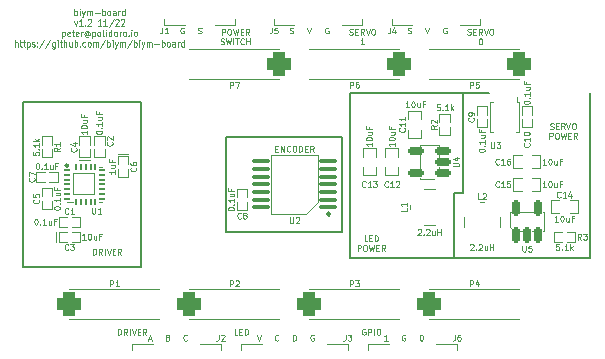
<source format=gbr>
%TF.GenerationSoftware,KiCad,Pcbnew,6.0.9*%
%TF.CreationDate,2022-11-20T22:09:46-05:00*%
%TF.ProjectId,biym-board,6269796d-2d62-46f6-9172-642e6b696361,1.2*%
%TF.SameCoordinates,Original*%
%TF.FileFunction,Legend,Top*%
%TF.FilePolarity,Positive*%
%FSLAX46Y46*%
G04 Gerber Fmt 4.6, Leading zero omitted, Abs format (unit mm)*
G04 Created by KiCad (PCBNEW 6.0.9) date 2022-11-20 22:09:46*
%MOMM*%
%LPD*%
G01*
G04 APERTURE LIST*
G04 Aperture macros list*
%AMRoundRect*
0 Rectangle with rounded corners*
0 $1 Rounding radius*
0 $2 $3 $4 $5 $6 $7 $8 $9 X,Y pos of 4 corners*
0 Add a 4 corners polygon primitive as box body*
4,1,4,$2,$3,$4,$5,$6,$7,$8,$9,$2,$3,0*
0 Add four circle primitives for the rounded corners*
1,1,$1+$1,$2,$3*
1,1,$1+$1,$4,$5*
1,1,$1+$1,$6,$7*
1,1,$1+$1,$8,$9*
0 Add four rect primitives between the rounded corners*
20,1,$1+$1,$2,$3,$4,$5,0*
20,1,$1+$1,$4,$5,$6,$7,0*
20,1,$1+$1,$6,$7,$8,$9,0*
20,1,$1+$1,$8,$9,$2,$3,0*%
G04 Aperture macros list end*
%ADD10C,0.150000*%
%ADD11C,0.125000*%
%ADD12C,0.100000*%
%ADD13C,0.120000*%
%ADD14C,0.212500*%
%ADD15C,0.262500*%
%ADD16RoundRect,0.520700X0.520700X0.520700X-0.520700X0.520700X-0.520700X-0.520700X0.520700X-0.520700X0*%
%ADD17C,2.082800*%
%ADD18RoundRect,0.520700X-0.520700X-0.520700X0.520700X-0.520700X0.520700X0.520700X-0.520700X0.520700X0*%
%ADD19C,1.000000*%
%ADD20R,0.889000X0.609600*%
%ADD21R,0.700000X0.600000*%
%ADD22R,1.500000X2.300000*%
%ADD23R,0.700000X3.200000*%
%ADD24R,0.609600X0.889000*%
%ADD25RoundRect,0.150000X0.512500X0.150000X-0.512500X0.150000X-0.512500X-0.150000X0.512500X-0.150000X0*%
%ADD26R,0.600000X0.700000*%
%ADD27C,3.175000*%
%ADD28C,3.276600*%
%ADD29RoundRect,0.150000X0.150000X-0.512500X0.150000X0.512500X-0.150000X0.512500X-0.150000X-0.512500X0*%
%ADD30R,0.300000X0.800000*%
%ADD31R,1.000000X3.400000*%
%ADD32RoundRect,0.050000X-0.185000X-0.050000X0.185000X-0.050000X0.185000X0.050000X-0.185000X0.050000X0*%
%ADD33RoundRect,0.050000X-0.050000X-0.185000X0.050000X-0.185000X0.050000X0.185000X-0.050000X0.185000X0*%
%ADD34RoundRect,0.050000X-0.900000X-0.900000X0.900000X-0.900000X0.900000X0.900000X-0.900000X0.900000X0*%
%ADD35R,3.400000X1.000000*%
%ADD36RoundRect,0.100000X0.637500X0.100000X-0.637500X0.100000X-0.637500X-0.100000X0.637500X-0.100000X0*%
G04 APERTURE END LIST*
D10*
X154250000Y-92250000D02*
X156500000Y-92250000D01*
X154250000Y-100750000D02*
X153500000Y-100750000D01*
X153500000Y-100750000D02*
X153500000Y-106250000D01*
X134250000Y-96000000D02*
X144000000Y-96000000D01*
X144000000Y-96000000D02*
X144000000Y-104000000D01*
X144000000Y-104000000D02*
X134250000Y-104000000D01*
X134250000Y-104000000D02*
X134250000Y-96000000D01*
X144750000Y-92250000D02*
X154250000Y-92250000D01*
X117000000Y-93000000D02*
X127000000Y-93000000D01*
X127000000Y-93000000D02*
X127000000Y-107000000D01*
X127000000Y-107000000D02*
X117000000Y-107000000D01*
X117000000Y-107000000D02*
X117000000Y-93000000D01*
X153500000Y-106250000D02*
X165000000Y-106250000D01*
X144750000Y-106250000D02*
X144750000Y-92250000D01*
X153500000Y-106250000D02*
X144750000Y-106250000D01*
X165000000Y-106250000D02*
X165000000Y-92250000D01*
X154250000Y-92250000D02*
X154250000Y-100750000D01*
D11*
X146178571Y-104823690D02*
X145940476Y-104823690D01*
X145940476Y-104323690D01*
X146345238Y-104561785D02*
X146511904Y-104561785D01*
X146583333Y-104823690D02*
X146345238Y-104823690D01*
X146345238Y-104323690D01*
X146583333Y-104323690D01*
X146797619Y-104823690D02*
X146797619Y-104323690D01*
X146916666Y-104323690D01*
X146988095Y-104347500D01*
X147035714Y-104395119D01*
X147059523Y-104442738D01*
X147083333Y-104537976D01*
X147083333Y-104609404D01*
X147059523Y-104704642D01*
X147035714Y-104752261D01*
X146988095Y-104799880D01*
X146916666Y-104823690D01*
X146797619Y-104823690D01*
X145345238Y-105628690D02*
X145345238Y-105128690D01*
X145535714Y-105128690D01*
X145583333Y-105152500D01*
X145607142Y-105176309D01*
X145630952Y-105223928D01*
X145630952Y-105295357D01*
X145607142Y-105342976D01*
X145583333Y-105366785D01*
X145535714Y-105390595D01*
X145345238Y-105390595D01*
X145940476Y-105128690D02*
X146035714Y-105128690D01*
X146083333Y-105152500D01*
X146130952Y-105200119D01*
X146154761Y-105295357D01*
X146154761Y-105462023D01*
X146130952Y-105557261D01*
X146083333Y-105604880D01*
X146035714Y-105628690D01*
X145940476Y-105628690D01*
X145892857Y-105604880D01*
X145845238Y-105557261D01*
X145821428Y-105462023D01*
X145821428Y-105295357D01*
X145845238Y-105200119D01*
X145892857Y-105152500D01*
X145940476Y-105128690D01*
X146321428Y-105128690D02*
X146440476Y-105628690D01*
X146535714Y-105271547D01*
X146630952Y-105628690D01*
X146750000Y-105128690D01*
X146940476Y-105366785D02*
X147107142Y-105366785D01*
X147178571Y-105628690D02*
X146940476Y-105628690D01*
X146940476Y-105128690D01*
X147178571Y-105128690D01*
X147678571Y-105628690D02*
X147511904Y-105390595D01*
X147392857Y-105628690D02*
X147392857Y-105128690D01*
X147583333Y-105128690D01*
X147630952Y-105152500D01*
X147654761Y-105176309D01*
X147678571Y-105223928D01*
X147678571Y-105295357D01*
X147654761Y-105342976D01*
X147630952Y-105366785D01*
X147583333Y-105390595D01*
X147392857Y-105390595D01*
X161654761Y-95299880D02*
X161726190Y-95323690D01*
X161845238Y-95323690D01*
X161892857Y-95299880D01*
X161916666Y-95276071D01*
X161940476Y-95228452D01*
X161940476Y-95180833D01*
X161916666Y-95133214D01*
X161892857Y-95109404D01*
X161845238Y-95085595D01*
X161750000Y-95061785D01*
X161702380Y-95037976D01*
X161678571Y-95014166D01*
X161654761Y-94966547D01*
X161654761Y-94918928D01*
X161678571Y-94871309D01*
X161702380Y-94847500D01*
X161750000Y-94823690D01*
X161869047Y-94823690D01*
X161940476Y-94847500D01*
X162154761Y-95061785D02*
X162321428Y-95061785D01*
X162392857Y-95323690D02*
X162154761Y-95323690D01*
X162154761Y-94823690D01*
X162392857Y-94823690D01*
X162892857Y-95323690D02*
X162726190Y-95085595D01*
X162607142Y-95323690D02*
X162607142Y-94823690D01*
X162797619Y-94823690D01*
X162845238Y-94847500D01*
X162869047Y-94871309D01*
X162892857Y-94918928D01*
X162892857Y-94990357D01*
X162869047Y-95037976D01*
X162845238Y-95061785D01*
X162797619Y-95085595D01*
X162607142Y-95085595D01*
X163035714Y-94823690D02*
X163202380Y-95323690D01*
X163369047Y-94823690D01*
X163630952Y-94823690D02*
X163726190Y-94823690D01*
X163773809Y-94847500D01*
X163821428Y-94895119D01*
X163845238Y-94990357D01*
X163845238Y-95157023D01*
X163821428Y-95252261D01*
X163773809Y-95299880D01*
X163726190Y-95323690D01*
X163630952Y-95323690D01*
X163583333Y-95299880D01*
X163535714Y-95252261D01*
X163511904Y-95157023D01*
X163511904Y-94990357D01*
X163535714Y-94895119D01*
X163583333Y-94847500D01*
X163630952Y-94823690D01*
X161595238Y-96128690D02*
X161595238Y-95628690D01*
X161785714Y-95628690D01*
X161833333Y-95652500D01*
X161857142Y-95676309D01*
X161880952Y-95723928D01*
X161880952Y-95795357D01*
X161857142Y-95842976D01*
X161833333Y-95866785D01*
X161785714Y-95890595D01*
X161595238Y-95890595D01*
X162190476Y-95628690D02*
X162285714Y-95628690D01*
X162333333Y-95652500D01*
X162380952Y-95700119D01*
X162404761Y-95795357D01*
X162404761Y-95962023D01*
X162380952Y-96057261D01*
X162333333Y-96104880D01*
X162285714Y-96128690D01*
X162190476Y-96128690D01*
X162142857Y-96104880D01*
X162095238Y-96057261D01*
X162071428Y-95962023D01*
X162071428Y-95795357D01*
X162095238Y-95700119D01*
X162142857Y-95652500D01*
X162190476Y-95628690D01*
X162571428Y-95628690D02*
X162690476Y-96128690D01*
X162785714Y-95771547D01*
X162880952Y-96128690D01*
X163000000Y-95628690D01*
X163190476Y-95866785D02*
X163357142Y-95866785D01*
X163428571Y-96128690D02*
X163190476Y-96128690D01*
X163190476Y-95628690D01*
X163428571Y-95628690D01*
X163928571Y-96128690D02*
X163761904Y-95890595D01*
X163642857Y-96128690D02*
X163642857Y-95628690D01*
X163833333Y-95628690D01*
X163880952Y-95652500D01*
X163904761Y-95676309D01*
X163928571Y-95723928D01*
X163928571Y-95795357D01*
X163904761Y-95842976D01*
X163880952Y-95866785D01*
X163833333Y-95890595D01*
X163642857Y-95890595D01*
X129285714Y-112964285D02*
X129357142Y-112988095D01*
X129380952Y-113011904D01*
X129404761Y-113059523D01*
X129404761Y-113130952D01*
X129380952Y-113178571D01*
X129357142Y-113202380D01*
X129309523Y-113226190D01*
X129119047Y-113226190D01*
X129119047Y-112726190D01*
X129285714Y-112726190D01*
X129333333Y-112750000D01*
X129357142Y-112773809D01*
X129380952Y-112821428D01*
X129380952Y-112869047D01*
X129357142Y-112916666D01*
X129333333Y-112940476D01*
X129285714Y-112964285D01*
X129119047Y-112964285D01*
X149380952Y-112750000D02*
X149333333Y-112726190D01*
X149261904Y-112726190D01*
X149190476Y-112750000D01*
X149142857Y-112797619D01*
X149119047Y-112845238D01*
X149095238Y-112940476D01*
X149095238Y-113011904D01*
X149119047Y-113107142D01*
X149142857Y-113154761D01*
X149190476Y-113202380D01*
X149261904Y-113226190D01*
X149309523Y-113226190D01*
X149380952Y-113202380D01*
X149404761Y-113178571D01*
X149404761Y-113011904D01*
X149309523Y-113011904D01*
X139869047Y-113226190D02*
X139869047Y-112726190D01*
X139988095Y-112726190D01*
X140059523Y-112750000D01*
X140107142Y-112797619D01*
X140130952Y-112845238D01*
X140154761Y-112940476D01*
X140154761Y-113011904D01*
X140130952Y-113107142D01*
X140107142Y-113154761D01*
X140059523Y-113202380D01*
X139988095Y-113226190D01*
X139869047Y-113226190D01*
X135178571Y-112726190D02*
X134940476Y-112726190D01*
X134940476Y-112226190D01*
X135345238Y-112464285D02*
X135511904Y-112464285D01*
X135583333Y-112726190D02*
X135345238Y-112726190D01*
X135345238Y-112226190D01*
X135583333Y-112226190D01*
X135797619Y-112726190D02*
X135797619Y-112226190D01*
X135916666Y-112226190D01*
X135988095Y-112250000D01*
X136035714Y-112297619D01*
X136059523Y-112345238D01*
X136083333Y-112440476D01*
X136083333Y-112511904D01*
X136059523Y-112607142D01*
X136035714Y-112654761D01*
X135988095Y-112702380D01*
X135916666Y-112726190D01*
X135797619Y-112726190D01*
X122934523Y-105941190D02*
X122934523Y-105441190D01*
X123053571Y-105441190D01*
X123125000Y-105465000D01*
X123172619Y-105512619D01*
X123196428Y-105560238D01*
X123220238Y-105655476D01*
X123220238Y-105726904D01*
X123196428Y-105822142D01*
X123172619Y-105869761D01*
X123125000Y-105917380D01*
X123053571Y-105941190D01*
X122934523Y-105941190D01*
X123720238Y-105941190D02*
X123553571Y-105703095D01*
X123434523Y-105941190D02*
X123434523Y-105441190D01*
X123625000Y-105441190D01*
X123672619Y-105465000D01*
X123696428Y-105488809D01*
X123720238Y-105536428D01*
X123720238Y-105607857D01*
X123696428Y-105655476D01*
X123672619Y-105679285D01*
X123625000Y-105703095D01*
X123434523Y-105703095D01*
X123934523Y-105941190D02*
X123934523Y-105441190D01*
X124101190Y-105441190D02*
X124267857Y-105941190D01*
X124434523Y-105441190D01*
X124601190Y-105679285D02*
X124767857Y-105679285D01*
X124839285Y-105941190D02*
X124601190Y-105941190D01*
X124601190Y-105441190D01*
X124839285Y-105441190D01*
X125339285Y-105941190D02*
X125172619Y-105703095D01*
X125053571Y-105941190D02*
X125053571Y-105441190D01*
X125244047Y-105441190D01*
X125291666Y-105465000D01*
X125315476Y-105488809D01*
X125339285Y-105536428D01*
X125339285Y-105607857D01*
X125315476Y-105655476D01*
X125291666Y-105679285D01*
X125244047Y-105703095D01*
X125053571Y-105703095D01*
X144654761Y-87299880D02*
X144726190Y-87323690D01*
X144845238Y-87323690D01*
X144892857Y-87299880D01*
X144916666Y-87276071D01*
X144940476Y-87228452D01*
X144940476Y-87180833D01*
X144916666Y-87133214D01*
X144892857Y-87109404D01*
X144845238Y-87085595D01*
X144750000Y-87061785D01*
X144702380Y-87037976D01*
X144678571Y-87014166D01*
X144654761Y-86966547D01*
X144654761Y-86918928D01*
X144678571Y-86871309D01*
X144702380Y-86847500D01*
X144750000Y-86823690D01*
X144869047Y-86823690D01*
X144940476Y-86847500D01*
X145154761Y-87061785D02*
X145321428Y-87061785D01*
X145392857Y-87323690D02*
X145154761Y-87323690D01*
X145154761Y-86823690D01*
X145392857Y-86823690D01*
X145892857Y-87323690D02*
X145726190Y-87085595D01*
X145607142Y-87323690D02*
X145607142Y-86823690D01*
X145797619Y-86823690D01*
X145845238Y-86847500D01*
X145869047Y-86871309D01*
X145892857Y-86918928D01*
X145892857Y-86990357D01*
X145869047Y-87037976D01*
X145845238Y-87061785D01*
X145797619Y-87085595D01*
X145607142Y-87085595D01*
X146035714Y-86823690D02*
X146202380Y-87323690D01*
X146369047Y-86823690D01*
X146630952Y-86823690D02*
X146726190Y-86823690D01*
X146773809Y-86847500D01*
X146821428Y-86895119D01*
X146845238Y-86990357D01*
X146845238Y-87157023D01*
X146821428Y-87252261D01*
X146773809Y-87299880D01*
X146726190Y-87323690D01*
X146630952Y-87323690D01*
X146583333Y-87299880D01*
X146535714Y-87252261D01*
X146511904Y-87157023D01*
X146511904Y-86990357D01*
X146535714Y-86895119D01*
X146583333Y-86847500D01*
X146630952Y-86823690D01*
X145892857Y-88128690D02*
X145607142Y-88128690D01*
X145750000Y-88128690D02*
X145750000Y-87628690D01*
X145702380Y-87700119D01*
X145654761Y-87747738D01*
X145607142Y-87771547D01*
D12*
X121380952Y-85670559D02*
X121380952Y-85120559D01*
X121380952Y-85330083D02*
X121428571Y-85303892D01*
X121523809Y-85303892D01*
X121571428Y-85330083D01*
X121595238Y-85356273D01*
X121619047Y-85408654D01*
X121619047Y-85565797D01*
X121595238Y-85618178D01*
X121571428Y-85644369D01*
X121523809Y-85670559D01*
X121428571Y-85670559D01*
X121380952Y-85644369D01*
X121833333Y-85670559D02*
X121833333Y-85303892D01*
X121833333Y-85120559D02*
X121809523Y-85146750D01*
X121833333Y-85172940D01*
X121857142Y-85146750D01*
X121833333Y-85120559D01*
X121833333Y-85172940D01*
X122023809Y-85303892D02*
X122142857Y-85670559D01*
X122261904Y-85303892D02*
X122142857Y-85670559D01*
X122095238Y-85801511D01*
X122071428Y-85827702D01*
X122023809Y-85853892D01*
X122452380Y-85670559D02*
X122452380Y-85303892D01*
X122452380Y-85356273D02*
X122476190Y-85330083D01*
X122523809Y-85303892D01*
X122595238Y-85303892D01*
X122642857Y-85330083D01*
X122666666Y-85382464D01*
X122666666Y-85670559D01*
X122666666Y-85382464D02*
X122690476Y-85330083D01*
X122738095Y-85303892D01*
X122809523Y-85303892D01*
X122857142Y-85330083D01*
X122880952Y-85382464D01*
X122880952Y-85670559D01*
X123119047Y-85461035D02*
X123500000Y-85461035D01*
X123738095Y-85670559D02*
X123738095Y-85120559D01*
X123738095Y-85330083D02*
X123785714Y-85303892D01*
X123880952Y-85303892D01*
X123928571Y-85330083D01*
X123952380Y-85356273D01*
X123976190Y-85408654D01*
X123976190Y-85565797D01*
X123952380Y-85618178D01*
X123928571Y-85644369D01*
X123880952Y-85670559D01*
X123785714Y-85670559D01*
X123738095Y-85644369D01*
X124261904Y-85670559D02*
X124214285Y-85644369D01*
X124190476Y-85618178D01*
X124166666Y-85565797D01*
X124166666Y-85408654D01*
X124190476Y-85356273D01*
X124214285Y-85330083D01*
X124261904Y-85303892D01*
X124333333Y-85303892D01*
X124380952Y-85330083D01*
X124404761Y-85356273D01*
X124428571Y-85408654D01*
X124428571Y-85565797D01*
X124404761Y-85618178D01*
X124380952Y-85644369D01*
X124333333Y-85670559D01*
X124261904Y-85670559D01*
X124857142Y-85670559D02*
X124857142Y-85382464D01*
X124833333Y-85330083D01*
X124785714Y-85303892D01*
X124690476Y-85303892D01*
X124642857Y-85330083D01*
X124857142Y-85644369D02*
X124809523Y-85670559D01*
X124690476Y-85670559D01*
X124642857Y-85644369D01*
X124619047Y-85591988D01*
X124619047Y-85539607D01*
X124642857Y-85487226D01*
X124690476Y-85461035D01*
X124809523Y-85461035D01*
X124857142Y-85434845D01*
X125095238Y-85670559D02*
X125095238Y-85303892D01*
X125095238Y-85408654D02*
X125119047Y-85356273D01*
X125142857Y-85330083D01*
X125190476Y-85303892D01*
X125238095Y-85303892D01*
X125619047Y-85670559D02*
X125619047Y-85120559D01*
X125619047Y-85644369D02*
X125571428Y-85670559D01*
X125476190Y-85670559D01*
X125428571Y-85644369D01*
X125404761Y-85618178D01*
X125380952Y-85565797D01*
X125380952Y-85408654D01*
X125404761Y-85356273D01*
X125428571Y-85330083D01*
X125476190Y-85303892D01*
X125571428Y-85303892D01*
X125619047Y-85330083D01*
X121380952Y-86189392D02*
X121500000Y-86556059D01*
X121619047Y-86189392D01*
X122071428Y-86556059D02*
X121785714Y-86556059D01*
X121928571Y-86556059D02*
X121928571Y-86006059D01*
X121880952Y-86084630D01*
X121833333Y-86137011D01*
X121785714Y-86163202D01*
X122285714Y-86503678D02*
X122309523Y-86529869D01*
X122285714Y-86556059D01*
X122261904Y-86529869D01*
X122285714Y-86503678D01*
X122285714Y-86556059D01*
X122500000Y-86058440D02*
X122523809Y-86032250D01*
X122571428Y-86006059D01*
X122690476Y-86006059D01*
X122738095Y-86032250D01*
X122761904Y-86058440D01*
X122785714Y-86110821D01*
X122785714Y-86163202D01*
X122761904Y-86241773D01*
X122476190Y-86556059D01*
X122785714Y-86556059D01*
X123642857Y-86556059D02*
X123357142Y-86556059D01*
X123500000Y-86556059D02*
X123500000Y-86006059D01*
X123452380Y-86084630D01*
X123404761Y-86137011D01*
X123357142Y-86163202D01*
X124119047Y-86556059D02*
X123833333Y-86556059D01*
X123976190Y-86556059D02*
X123976190Y-86006059D01*
X123928571Y-86084630D01*
X123880952Y-86137011D01*
X123833333Y-86163202D01*
X124690476Y-85979869D02*
X124261904Y-86687011D01*
X124833333Y-86058440D02*
X124857142Y-86032250D01*
X124904761Y-86006059D01*
X125023809Y-86006059D01*
X125071428Y-86032250D01*
X125095238Y-86058440D01*
X125119047Y-86110821D01*
X125119047Y-86163202D01*
X125095238Y-86241773D01*
X124809523Y-86556059D01*
X125119047Y-86556059D01*
X125309523Y-86058440D02*
X125333333Y-86032250D01*
X125380952Y-86006059D01*
X125500000Y-86006059D01*
X125547619Y-86032250D01*
X125571428Y-86058440D01*
X125595238Y-86110821D01*
X125595238Y-86163202D01*
X125571428Y-86241773D01*
X125285714Y-86556059D01*
X125595238Y-86556059D01*
X120345238Y-87074892D02*
X120345238Y-87624892D01*
X120345238Y-87101083D02*
X120392857Y-87074892D01*
X120488095Y-87074892D01*
X120535714Y-87101083D01*
X120559523Y-87127273D01*
X120583333Y-87179654D01*
X120583333Y-87336797D01*
X120559523Y-87389178D01*
X120535714Y-87415369D01*
X120488095Y-87441559D01*
X120392857Y-87441559D01*
X120345238Y-87415369D01*
X120988095Y-87415369D02*
X120940476Y-87441559D01*
X120845238Y-87441559D01*
X120797619Y-87415369D01*
X120773809Y-87362988D01*
X120773809Y-87153464D01*
X120797619Y-87101083D01*
X120845238Y-87074892D01*
X120940476Y-87074892D01*
X120988095Y-87101083D01*
X121011904Y-87153464D01*
X121011904Y-87205845D01*
X120773809Y-87258226D01*
X121154761Y-87074892D02*
X121345238Y-87074892D01*
X121226190Y-86891559D02*
X121226190Y-87362988D01*
X121250000Y-87415369D01*
X121297619Y-87441559D01*
X121345238Y-87441559D01*
X121702380Y-87415369D02*
X121654761Y-87441559D01*
X121559523Y-87441559D01*
X121511904Y-87415369D01*
X121488095Y-87362988D01*
X121488095Y-87153464D01*
X121511904Y-87101083D01*
X121559523Y-87074892D01*
X121654761Y-87074892D01*
X121702380Y-87101083D01*
X121726190Y-87153464D01*
X121726190Y-87205845D01*
X121488095Y-87258226D01*
X121940476Y-87441559D02*
X121940476Y-87074892D01*
X121940476Y-87179654D02*
X121964285Y-87127273D01*
X121988095Y-87101083D01*
X122035714Y-87074892D01*
X122083333Y-87074892D01*
X122559523Y-87179654D02*
X122535714Y-87153464D01*
X122488095Y-87127273D01*
X122440476Y-87127273D01*
X122392857Y-87153464D01*
X122369047Y-87179654D01*
X122345238Y-87232035D01*
X122345238Y-87284416D01*
X122369047Y-87336797D01*
X122392857Y-87362988D01*
X122440476Y-87389178D01*
X122488095Y-87389178D01*
X122535714Y-87362988D01*
X122559523Y-87336797D01*
X122559523Y-87127273D02*
X122559523Y-87336797D01*
X122583333Y-87362988D01*
X122607142Y-87362988D01*
X122654761Y-87336797D01*
X122678571Y-87284416D01*
X122678571Y-87153464D01*
X122630952Y-87074892D01*
X122559523Y-87022511D01*
X122464285Y-86996321D01*
X122369047Y-87022511D01*
X122297619Y-87074892D01*
X122250000Y-87153464D01*
X122226190Y-87258226D01*
X122250000Y-87362988D01*
X122297619Y-87441559D01*
X122369047Y-87493940D01*
X122464285Y-87520130D01*
X122559523Y-87493940D01*
X122630952Y-87441559D01*
X122892857Y-87074892D02*
X122892857Y-87624892D01*
X122892857Y-87101083D02*
X122940476Y-87074892D01*
X123035714Y-87074892D01*
X123083333Y-87101083D01*
X123107142Y-87127273D01*
X123130952Y-87179654D01*
X123130952Y-87336797D01*
X123107142Y-87389178D01*
X123083333Y-87415369D01*
X123035714Y-87441559D01*
X122940476Y-87441559D01*
X122892857Y-87415369D01*
X123416666Y-87441559D02*
X123369047Y-87415369D01*
X123345238Y-87389178D01*
X123321428Y-87336797D01*
X123321428Y-87179654D01*
X123345238Y-87127273D01*
X123369047Y-87101083D01*
X123416666Y-87074892D01*
X123488095Y-87074892D01*
X123535714Y-87101083D01*
X123559523Y-87127273D01*
X123583333Y-87179654D01*
X123583333Y-87336797D01*
X123559523Y-87389178D01*
X123535714Y-87415369D01*
X123488095Y-87441559D01*
X123416666Y-87441559D01*
X123869047Y-87441559D02*
X123821428Y-87415369D01*
X123797619Y-87362988D01*
X123797619Y-86891559D01*
X124059523Y-87441559D02*
X124059523Y-87074892D01*
X124059523Y-86891559D02*
X124035714Y-86917750D01*
X124059523Y-86943940D01*
X124083333Y-86917750D01*
X124059523Y-86891559D01*
X124059523Y-86943940D01*
X124511904Y-87441559D02*
X124511904Y-86891559D01*
X124511904Y-87415369D02*
X124464285Y-87441559D01*
X124369047Y-87441559D01*
X124321428Y-87415369D01*
X124297619Y-87389178D01*
X124273809Y-87336797D01*
X124273809Y-87179654D01*
X124297619Y-87127273D01*
X124321428Y-87101083D01*
X124369047Y-87074892D01*
X124464285Y-87074892D01*
X124511904Y-87101083D01*
X124821428Y-87441559D02*
X124773809Y-87415369D01*
X124750000Y-87389178D01*
X124726190Y-87336797D01*
X124726190Y-87179654D01*
X124750000Y-87127273D01*
X124773809Y-87101083D01*
X124821428Y-87074892D01*
X124892857Y-87074892D01*
X124940476Y-87101083D01*
X124964285Y-87127273D01*
X124988095Y-87179654D01*
X124988095Y-87336797D01*
X124964285Y-87389178D01*
X124940476Y-87415369D01*
X124892857Y-87441559D01*
X124821428Y-87441559D01*
X125202380Y-87441559D02*
X125202380Y-87074892D01*
X125202380Y-87179654D02*
X125226190Y-87127273D01*
X125250000Y-87101083D01*
X125297619Y-87074892D01*
X125345238Y-87074892D01*
X125583333Y-87441559D02*
X125535714Y-87415369D01*
X125511904Y-87389178D01*
X125488095Y-87336797D01*
X125488095Y-87179654D01*
X125511904Y-87127273D01*
X125535714Y-87101083D01*
X125583333Y-87074892D01*
X125654761Y-87074892D01*
X125702380Y-87101083D01*
X125726190Y-87127273D01*
X125750000Y-87179654D01*
X125750000Y-87336797D01*
X125726190Y-87389178D01*
X125702380Y-87415369D01*
X125654761Y-87441559D01*
X125583333Y-87441559D01*
X125964285Y-87389178D02*
X125988095Y-87415369D01*
X125964285Y-87441559D01*
X125940476Y-87415369D01*
X125964285Y-87389178D01*
X125964285Y-87441559D01*
X126202380Y-87441559D02*
X126202380Y-87074892D01*
X126202380Y-86891559D02*
X126178571Y-86917750D01*
X126202380Y-86943940D01*
X126226190Y-86917750D01*
X126202380Y-86891559D01*
X126202380Y-86943940D01*
X126511904Y-87441559D02*
X126464285Y-87415369D01*
X126440476Y-87389178D01*
X126416666Y-87336797D01*
X126416666Y-87179654D01*
X126440476Y-87127273D01*
X126464285Y-87101083D01*
X126511904Y-87074892D01*
X126583333Y-87074892D01*
X126630952Y-87101083D01*
X126654761Y-87127273D01*
X126678571Y-87179654D01*
X126678571Y-87336797D01*
X126654761Y-87389178D01*
X126630952Y-87415369D01*
X126583333Y-87441559D01*
X126511904Y-87441559D01*
X116345238Y-88327059D02*
X116345238Y-87777059D01*
X116559523Y-88327059D02*
X116559523Y-88038964D01*
X116535714Y-87986583D01*
X116488095Y-87960392D01*
X116416666Y-87960392D01*
X116369047Y-87986583D01*
X116345238Y-88012773D01*
X116726190Y-87960392D02*
X116916666Y-87960392D01*
X116797619Y-87777059D02*
X116797619Y-88248488D01*
X116821428Y-88300869D01*
X116869047Y-88327059D01*
X116916666Y-88327059D01*
X117011904Y-87960392D02*
X117202380Y-87960392D01*
X117083333Y-87777059D02*
X117083333Y-88248488D01*
X117107142Y-88300869D01*
X117154761Y-88327059D01*
X117202380Y-88327059D01*
X117369047Y-87960392D02*
X117369047Y-88510392D01*
X117369047Y-87986583D02*
X117416666Y-87960392D01*
X117511904Y-87960392D01*
X117559523Y-87986583D01*
X117583333Y-88012773D01*
X117607142Y-88065154D01*
X117607142Y-88222297D01*
X117583333Y-88274678D01*
X117559523Y-88300869D01*
X117511904Y-88327059D01*
X117416666Y-88327059D01*
X117369047Y-88300869D01*
X117797619Y-88300869D02*
X117845238Y-88327059D01*
X117940476Y-88327059D01*
X117988095Y-88300869D01*
X118011904Y-88248488D01*
X118011904Y-88222297D01*
X117988095Y-88169916D01*
X117940476Y-88143726D01*
X117869047Y-88143726D01*
X117821428Y-88117535D01*
X117797619Y-88065154D01*
X117797619Y-88038964D01*
X117821428Y-87986583D01*
X117869047Y-87960392D01*
X117940476Y-87960392D01*
X117988095Y-87986583D01*
X118226190Y-88274678D02*
X118250000Y-88300869D01*
X118226190Y-88327059D01*
X118202380Y-88300869D01*
X118226190Y-88274678D01*
X118226190Y-88327059D01*
X118226190Y-87986583D02*
X118250000Y-88012773D01*
X118226190Y-88038964D01*
X118202380Y-88012773D01*
X118226190Y-87986583D01*
X118226190Y-88038964D01*
X118821428Y-87750869D02*
X118392857Y-88458011D01*
X119345238Y-87750869D02*
X118916666Y-88458011D01*
X119726190Y-87960392D02*
X119726190Y-88405630D01*
X119702380Y-88458011D01*
X119678571Y-88484202D01*
X119630952Y-88510392D01*
X119559523Y-88510392D01*
X119511904Y-88484202D01*
X119726190Y-88300869D02*
X119678571Y-88327059D01*
X119583333Y-88327059D01*
X119535714Y-88300869D01*
X119511904Y-88274678D01*
X119488095Y-88222297D01*
X119488095Y-88065154D01*
X119511904Y-88012773D01*
X119535714Y-87986583D01*
X119583333Y-87960392D01*
X119678571Y-87960392D01*
X119726190Y-87986583D01*
X119964285Y-88327059D02*
X119964285Y-87960392D01*
X119964285Y-87777059D02*
X119940476Y-87803250D01*
X119964285Y-87829440D01*
X119988095Y-87803250D01*
X119964285Y-87777059D01*
X119964285Y-87829440D01*
X120130952Y-87960392D02*
X120321428Y-87960392D01*
X120202380Y-87777059D02*
X120202380Y-88248488D01*
X120226190Y-88300869D01*
X120273809Y-88327059D01*
X120321428Y-88327059D01*
X120488095Y-88327059D02*
X120488095Y-87777059D01*
X120702380Y-88327059D02*
X120702380Y-88038964D01*
X120678571Y-87986583D01*
X120630952Y-87960392D01*
X120559523Y-87960392D01*
X120511904Y-87986583D01*
X120488095Y-88012773D01*
X121154761Y-87960392D02*
X121154761Y-88327059D01*
X120940476Y-87960392D02*
X120940476Y-88248488D01*
X120964285Y-88300869D01*
X121011904Y-88327059D01*
X121083333Y-88327059D01*
X121130952Y-88300869D01*
X121154761Y-88274678D01*
X121392857Y-88327059D02*
X121392857Y-87777059D01*
X121392857Y-87986583D02*
X121440476Y-87960392D01*
X121535714Y-87960392D01*
X121583333Y-87986583D01*
X121607142Y-88012773D01*
X121630952Y-88065154D01*
X121630952Y-88222297D01*
X121607142Y-88274678D01*
X121583333Y-88300869D01*
X121535714Y-88327059D01*
X121440476Y-88327059D01*
X121392857Y-88300869D01*
X121845238Y-88274678D02*
X121869047Y-88300869D01*
X121845238Y-88327059D01*
X121821428Y-88300869D01*
X121845238Y-88274678D01*
X121845238Y-88327059D01*
X122297619Y-88300869D02*
X122250000Y-88327059D01*
X122154761Y-88327059D01*
X122107142Y-88300869D01*
X122083333Y-88274678D01*
X122059523Y-88222297D01*
X122059523Y-88065154D01*
X122083333Y-88012773D01*
X122107142Y-87986583D01*
X122154761Y-87960392D01*
X122250000Y-87960392D01*
X122297619Y-87986583D01*
X122583333Y-88327059D02*
X122535714Y-88300869D01*
X122511904Y-88274678D01*
X122488095Y-88222297D01*
X122488095Y-88065154D01*
X122511904Y-88012773D01*
X122535714Y-87986583D01*
X122583333Y-87960392D01*
X122654761Y-87960392D01*
X122702380Y-87986583D01*
X122726190Y-88012773D01*
X122750000Y-88065154D01*
X122750000Y-88222297D01*
X122726190Y-88274678D01*
X122702380Y-88300869D01*
X122654761Y-88327059D01*
X122583333Y-88327059D01*
X122964285Y-88327059D02*
X122964285Y-87960392D01*
X122964285Y-88012773D02*
X122988095Y-87986583D01*
X123035714Y-87960392D01*
X123107142Y-87960392D01*
X123154761Y-87986583D01*
X123178571Y-88038964D01*
X123178571Y-88327059D01*
X123178571Y-88038964D02*
X123202380Y-87986583D01*
X123250000Y-87960392D01*
X123321428Y-87960392D01*
X123369047Y-87986583D01*
X123392857Y-88038964D01*
X123392857Y-88327059D01*
X123988095Y-87750869D02*
X123559523Y-88458011D01*
X124154761Y-88327059D02*
X124154761Y-87777059D01*
X124154761Y-87986583D02*
X124202380Y-87960392D01*
X124297619Y-87960392D01*
X124345238Y-87986583D01*
X124369047Y-88012773D01*
X124392857Y-88065154D01*
X124392857Y-88222297D01*
X124369047Y-88274678D01*
X124345238Y-88300869D01*
X124297619Y-88327059D01*
X124202380Y-88327059D01*
X124154761Y-88300869D01*
X124607142Y-88327059D02*
X124607142Y-87960392D01*
X124607142Y-87777059D02*
X124583333Y-87803250D01*
X124607142Y-87829440D01*
X124630952Y-87803250D01*
X124607142Y-87777059D01*
X124607142Y-87829440D01*
X124797619Y-87960392D02*
X124916666Y-88327059D01*
X125035714Y-87960392D02*
X124916666Y-88327059D01*
X124869047Y-88458011D01*
X124845238Y-88484202D01*
X124797619Y-88510392D01*
X125226190Y-88327059D02*
X125226190Y-87960392D01*
X125226190Y-88012773D02*
X125250000Y-87986583D01*
X125297619Y-87960392D01*
X125369047Y-87960392D01*
X125416666Y-87986583D01*
X125440476Y-88038964D01*
X125440476Y-88327059D01*
X125440476Y-88038964D02*
X125464285Y-87986583D01*
X125511904Y-87960392D01*
X125583333Y-87960392D01*
X125630952Y-87986583D01*
X125654761Y-88038964D01*
X125654761Y-88327059D01*
X126250000Y-87750869D02*
X125821428Y-88458011D01*
X126416666Y-88327059D02*
X126416666Y-87777059D01*
X126416666Y-87986583D02*
X126464285Y-87960392D01*
X126559523Y-87960392D01*
X126607142Y-87986583D01*
X126630952Y-88012773D01*
X126654761Y-88065154D01*
X126654761Y-88222297D01*
X126630952Y-88274678D01*
X126607142Y-88300869D01*
X126559523Y-88327059D01*
X126464285Y-88327059D01*
X126416666Y-88300869D01*
X126869047Y-88327059D02*
X126869047Y-87960392D01*
X126869047Y-87777059D02*
X126845238Y-87803250D01*
X126869047Y-87829440D01*
X126892857Y-87803250D01*
X126869047Y-87777059D01*
X126869047Y-87829440D01*
X127059523Y-87960392D02*
X127178571Y-88327059D01*
X127297619Y-87960392D02*
X127178571Y-88327059D01*
X127130952Y-88458011D01*
X127107142Y-88484202D01*
X127059523Y-88510392D01*
X127488095Y-88327059D02*
X127488095Y-87960392D01*
X127488095Y-88012773D02*
X127511904Y-87986583D01*
X127559523Y-87960392D01*
X127630952Y-87960392D01*
X127678571Y-87986583D01*
X127702380Y-88038964D01*
X127702380Y-88327059D01*
X127702380Y-88038964D02*
X127726190Y-87986583D01*
X127773809Y-87960392D01*
X127845238Y-87960392D01*
X127892857Y-87986583D01*
X127916666Y-88038964D01*
X127916666Y-88327059D01*
X128154761Y-88117535D02*
X128535714Y-88117535D01*
X128773809Y-88327059D02*
X128773809Y-87777059D01*
X128773809Y-87986583D02*
X128821428Y-87960392D01*
X128916666Y-87960392D01*
X128964285Y-87986583D01*
X128988095Y-88012773D01*
X129011904Y-88065154D01*
X129011904Y-88222297D01*
X128988095Y-88274678D01*
X128964285Y-88300869D01*
X128916666Y-88327059D01*
X128821428Y-88327059D01*
X128773809Y-88300869D01*
X129297619Y-88327059D02*
X129250000Y-88300869D01*
X129226190Y-88274678D01*
X129202380Y-88222297D01*
X129202380Y-88065154D01*
X129226190Y-88012773D01*
X129250000Y-87986583D01*
X129297619Y-87960392D01*
X129369047Y-87960392D01*
X129416666Y-87986583D01*
X129440476Y-88012773D01*
X129464285Y-88065154D01*
X129464285Y-88222297D01*
X129440476Y-88274678D01*
X129416666Y-88300869D01*
X129369047Y-88327059D01*
X129297619Y-88327059D01*
X129892857Y-88327059D02*
X129892857Y-88038964D01*
X129869047Y-87986583D01*
X129821428Y-87960392D01*
X129726190Y-87960392D01*
X129678571Y-87986583D01*
X129892857Y-88300869D02*
X129845238Y-88327059D01*
X129726190Y-88327059D01*
X129678571Y-88300869D01*
X129654761Y-88248488D01*
X129654761Y-88196107D01*
X129678571Y-88143726D01*
X129726190Y-88117535D01*
X129845238Y-88117535D01*
X129892857Y-88091345D01*
X130130952Y-88327059D02*
X130130952Y-87960392D01*
X130130952Y-88065154D02*
X130154761Y-88012773D01*
X130178571Y-87986583D01*
X130226190Y-87960392D01*
X130273809Y-87960392D01*
X130654761Y-88327059D02*
X130654761Y-87777059D01*
X130654761Y-88300869D02*
X130607142Y-88327059D01*
X130511904Y-88327059D01*
X130464285Y-88300869D01*
X130440476Y-88274678D01*
X130416666Y-88222297D01*
X130416666Y-88065154D01*
X130440476Y-88012773D01*
X130464285Y-87986583D01*
X130511904Y-87960392D01*
X130607142Y-87960392D01*
X130654761Y-87986583D01*
D11*
X130630952Y-86750000D02*
X130583333Y-86726190D01*
X130511904Y-86726190D01*
X130440476Y-86750000D01*
X130392857Y-86797619D01*
X130369047Y-86845238D01*
X130345238Y-86940476D01*
X130345238Y-87011904D01*
X130369047Y-87107142D01*
X130392857Y-87154761D01*
X130440476Y-87202380D01*
X130511904Y-87226190D01*
X130559523Y-87226190D01*
X130630952Y-87202380D01*
X130654761Y-87178571D01*
X130654761Y-87011904D01*
X130559523Y-87011904D01*
X131857142Y-87202380D02*
X131928571Y-87226190D01*
X132047619Y-87226190D01*
X132095238Y-87202380D01*
X132119047Y-87178571D01*
X132142857Y-87130952D01*
X132142857Y-87083333D01*
X132119047Y-87035714D01*
X132095238Y-87011904D01*
X132047619Y-86988095D01*
X131952380Y-86964285D01*
X131904761Y-86940476D01*
X131880952Y-86916666D01*
X131857142Y-86869047D01*
X131857142Y-86821428D01*
X131880952Y-86773809D01*
X131904761Y-86750000D01*
X131952380Y-86726190D01*
X132071428Y-86726190D01*
X132142857Y-86750000D01*
X127869047Y-113083333D02*
X127630952Y-113083333D01*
X127916666Y-113226190D02*
X127750000Y-112726190D01*
X127583333Y-113226190D01*
X150726190Y-112726190D02*
X150773809Y-112726190D01*
X150821428Y-112750000D01*
X150845238Y-112773809D01*
X150869047Y-112821428D01*
X150892857Y-112916666D01*
X150892857Y-113035714D01*
X150869047Y-113130952D01*
X150845238Y-113178571D01*
X150821428Y-113202380D01*
X150773809Y-113226190D01*
X150726190Y-113226190D01*
X150678571Y-113202380D01*
X150654761Y-113178571D01*
X150630952Y-113130952D01*
X150607142Y-113035714D01*
X150607142Y-112916666D01*
X150630952Y-112821428D01*
X150654761Y-112773809D01*
X150678571Y-112750000D01*
X150726190Y-112726190D01*
X137166666Y-112726190D02*
X137000000Y-113226190D01*
X136833333Y-112726190D01*
X149607142Y-87202380D02*
X149678571Y-87226190D01*
X149797619Y-87226190D01*
X149845238Y-87202380D01*
X149869047Y-87178571D01*
X149892857Y-87130952D01*
X149892857Y-87083333D01*
X149869047Y-87035714D01*
X149845238Y-87011904D01*
X149797619Y-86988095D01*
X149702380Y-86964285D01*
X149654761Y-86940476D01*
X149630952Y-86916666D01*
X149607142Y-86869047D01*
X149607142Y-86821428D01*
X149630952Y-86773809D01*
X149654761Y-86750000D01*
X149702380Y-86726190D01*
X149821428Y-86726190D01*
X149892857Y-86750000D01*
X138392857Y-96964285D02*
X138559523Y-96964285D01*
X138630952Y-97226190D02*
X138392857Y-97226190D01*
X138392857Y-96726190D01*
X138630952Y-96726190D01*
X138845238Y-97226190D02*
X138845238Y-96726190D01*
X139130952Y-97226190D01*
X139130952Y-96726190D01*
X139654761Y-97178571D02*
X139630952Y-97202380D01*
X139559523Y-97226190D01*
X139511904Y-97226190D01*
X139440476Y-97202380D01*
X139392857Y-97154761D01*
X139369047Y-97107142D01*
X139345238Y-97011904D01*
X139345238Y-96940476D01*
X139369047Y-96845238D01*
X139392857Y-96797619D01*
X139440476Y-96750000D01*
X139511904Y-96726190D01*
X139559523Y-96726190D01*
X139630952Y-96750000D01*
X139654761Y-96773809D01*
X139964285Y-96726190D02*
X140059523Y-96726190D01*
X140107142Y-96750000D01*
X140154761Y-96797619D01*
X140178571Y-96892857D01*
X140178571Y-97059523D01*
X140154761Y-97154761D01*
X140107142Y-97202380D01*
X140059523Y-97226190D01*
X139964285Y-97226190D01*
X139916666Y-97202380D01*
X139869047Y-97154761D01*
X139845238Y-97059523D01*
X139845238Y-96892857D01*
X139869047Y-96797619D01*
X139916666Y-96750000D01*
X139964285Y-96726190D01*
X140392857Y-97226190D02*
X140392857Y-96726190D01*
X140511904Y-96726190D01*
X140583333Y-96750000D01*
X140630952Y-96797619D01*
X140654761Y-96845238D01*
X140678571Y-96940476D01*
X140678571Y-97011904D01*
X140654761Y-97107142D01*
X140630952Y-97154761D01*
X140583333Y-97202380D01*
X140511904Y-97226190D01*
X140392857Y-97226190D01*
X140892857Y-96964285D02*
X141059523Y-96964285D01*
X141130952Y-97226190D02*
X140892857Y-97226190D01*
X140892857Y-96726190D01*
X141130952Y-96726190D01*
X141630952Y-97226190D02*
X141464285Y-96988095D01*
X141345238Y-97226190D02*
X141345238Y-96726190D01*
X141535714Y-96726190D01*
X141583333Y-96750000D01*
X141607142Y-96773809D01*
X141630952Y-96821428D01*
X141630952Y-96892857D01*
X141607142Y-96940476D01*
X141583333Y-96964285D01*
X141535714Y-96988095D01*
X141345238Y-96988095D01*
X154654761Y-87299880D02*
X154726190Y-87323690D01*
X154845238Y-87323690D01*
X154892857Y-87299880D01*
X154916666Y-87276071D01*
X154940476Y-87228452D01*
X154940476Y-87180833D01*
X154916666Y-87133214D01*
X154892857Y-87109404D01*
X154845238Y-87085595D01*
X154750000Y-87061785D01*
X154702380Y-87037976D01*
X154678571Y-87014166D01*
X154654761Y-86966547D01*
X154654761Y-86918928D01*
X154678571Y-86871309D01*
X154702380Y-86847500D01*
X154750000Y-86823690D01*
X154869047Y-86823690D01*
X154940476Y-86847500D01*
X155154761Y-87061785D02*
X155321428Y-87061785D01*
X155392857Y-87323690D02*
X155154761Y-87323690D01*
X155154761Y-86823690D01*
X155392857Y-86823690D01*
X155892857Y-87323690D02*
X155726190Y-87085595D01*
X155607142Y-87323690D02*
X155607142Y-86823690D01*
X155797619Y-86823690D01*
X155845238Y-86847500D01*
X155869047Y-86871309D01*
X155892857Y-86918928D01*
X155892857Y-86990357D01*
X155869047Y-87037976D01*
X155845238Y-87061785D01*
X155797619Y-87085595D01*
X155607142Y-87085595D01*
X156035714Y-86823690D02*
X156202380Y-87323690D01*
X156369047Y-86823690D01*
X156630952Y-86823690D02*
X156726190Y-86823690D01*
X156773809Y-86847500D01*
X156821428Y-86895119D01*
X156845238Y-86990357D01*
X156845238Y-87157023D01*
X156821428Y-87252261D01*
X156773809Y-87299880D01*
X156726190Y-87323690D01*
X156630952Y-87323690D01*
X156583333Y-87299880D01*
X156535714Y-87252261D01*
X156511904Y-87157023D01*
X156511904Y-86990357D01*
X156535714Y-86895119D01*
X156583333Y-86847500D01*
X156630952Y-86823690D01*
X155726190Y-87628690D02*
X155773809Y-87628690D01*
X155821428Y-87652500D01*
X155845238Y-87676309D01*
X155869047Y-87723928D01*
X155892857Y-87819166D01*
X155892857Y-87938214D01*
X155869047Y-88033452D01*
X155845238Y-88081071D01*
X155821428Y-88104880D01*
X155773809Y-88128690D01*
X155726190Y-88128690D01*
X155678571Y-88104880D01*
X155654761Y-88081071D01*
X155630952Y-88033452D01*
X155607142Y-87938214D01*
X155607142Y-87819166D01*
X155630952Y-87723928D01*
X155654761Y-87676309D01*
X155678571Y-87652500D01*
X155726190Y-87628690D01*
X152880952Y-86750000D02*
X152833333Y-86726190D01*
X152761904Y-86726190D01*
X152690476Y-86750000D01*
X152642857Y-86797619D01*
X152619047Y-86845238D01*
X152595238Y-86940476D01*
X152595238Y-87011904D01*
X152619047Y-87107142D01*
X152642857Y-87154761D01*
X152690476Y-87202380D01*
X152761904Y-87226190D01*
X152809523Y-87226190D01*
X152880952Y-87202380D01*
X152904761Y-87178571D01*
X152904761Y-87011904D01*
X152809523Y-87011904D01*
X139607142Y-87202380D02*
X139678571Y-87226190D01*
X139797619Y-87226190D01*
X139845238Y-87202380D01*
X139869047Y-87178571D01*
X139892857Y-87130952D01*
X139892857Y-87083333D01*
X139869047Y-87035714D01*
X139845238Y-87011904D01*
X139797619Y-86988095D01*
X139702380Y-86964285D01*
X139654761Y-86940476D01*
X139630952Y-86916666D01*
X139607142Y-86869047D01*
X139607142Y-86821428D01*
X139630952Y-86773809D01*
X139654761Y-86750000D01*
X139702380Y-86726190D01*
X139821428Y-86726190D01*
X139892857Y-86750000D01*
X138654761Y-113178571D02*
X138630952Y-113202380D01*
X138559523Y-113226190D01*
X138511904Y-113226190D01*
X138440476Y-113202380D01*
X138392857Y-113154761D01*
X138369047Y-113107142D01*
X138345238Y-113011904D01*
X138345238Y-112940476D01*
X138369047Y-112845238D01*
X138392857Y-112797619D01*
X138440476Y-112750000D01*
X138511904Y-112726190D01*
X138559523Y-112726190D01*
X138630952Y-112750000D01*
X138654761Y-112773809D01*
X125059523Y-112726190D02*
X125059523Y-112226190D01*
X125178571Y-112226190D01*
X125250000Y-112250000D01*
X125297619Y-112297619D01*
X125321428Y-112345238D01*
X125345238Y-112440476D01*
X125345238Y-112511904D01*
X125321428Y-112607142D01*
X125297619Y-112654761D01*
X125250000Y-112702380D01*
X125178571Y-112726190D01*
X125059523Y-112726190D01*
X125845238Y-112726190D02*
X125678571Y-112488095D01*
X125559523Y-112726190D02*
X125559523Y-112226190D01*
X125750000Y-112226190D01*
X125797619Y-112250000D01*
X125821428Y-112273809D01*
X125845238Y-112321428D01*
X125845238Y-112392857D01*
X125821428Y-112440476D01*
X125797619Y-112464285D01*
X125750000Y-112488095D01*
X125559523Y-112488095D01*
X126059523Y-112726190D02*
X126059523Y-112226190D01*
X126226190Y-112226190D02*
X126392857Y-112726190D01*
X126559523Y-112226190D01*
X126726190Y-112464285D02*
X126892857Y-112464285D01*
X126964285Y-112726190D02*
X126726190Y-112726190D01*
X126726190Y-112226190D01*
X126964285Y-112226190D01*
X127464285Y-112726190D02*
X127297619Y-112488095D01*
X127178571Y-112726190D02*
X127178571Y-112226190D01*
X127369047Y-112226190D01*
X127416666Y-112250000D01*
X127440476Y-112273809D01*
X127464285Y-112321428D01*
X127464285Y-112392857D01*
X127440476Y-112440476D01*
X127416666Y-112464285D01*
X127369047Y-112488095D01*
X127178571Y-112488095D01*
X142880952Y-86750000D02*
X142833333Y-86726190D01*
X142761904Y-86726190D01*
X142690476Y-86750000D01*
X142642857Y-86797619D01*
X142619047Y-86845238D01*
X142595238Y-86940476D01*
X142595238Y-87011904D01*
X142619047Y-87107142D01*
X142642857Y-87154761D01*
X142690476Y-87202380D01*
X142761904Y-87226190D01*
X142809523Y-87226190D01*
X142880952Y-87202380D01*
X142904761Y-87178571D01*
X142904761Y-87011904D01*
X142809523Y-87011904D01*
X141083333Y-86726190D02*
X141250000Y-87226190D01*
X141416666Y-86726190D01*
X151083333Y-86726190D02*
X151250000Y-87226190D01*
X151416666Y-86726190D01*
X147892857Y-113226190D02*
X147607142Y-113226190D01*
X147750000Y-113226190D02*
X147750000Y-112726190D01*
X147702380Y-112797619D01*
X147654761Y-112845238D01*
X147607142Y-112869047D01*
X130904761Y-113178571D02*
X130880952Y-113202380D01*
X130809523Y-113226190D01*
X130761904Y-113226190D01*
X130690476Y-113202380D01*
X130642857Y-113154761D01*
X130619047Y-113107142D01*
X130595238Y-113011904D01*
X130595238Y-112940476D01*
X130619047Y-112845238D01*
X130642857Y-112797619D01*
X130690476Y-112750000D01*
X130761904Y-112726190D01*
X130809523Y-112726190D01*
X130880952Y-112750000D01*
X130904761Y-112773809D01*
X133845238Y-87323690D02*
X133845238Y-86823690D01*
X134035714Y-86823690D01*
X134083333Y-86847500D01*
X134107142Y-86871309D01*
X134130952Y-86918928D01*
X134130952Y-86990357D01*
X134107142Y-87037976D01*
X134083333Y-87061785D01*
X134035714Y-87085595D01*
X133845238Y-87085595D01*
X134440476Y-86823690D02*
X134535714Y-86823690D01*
X134583333Y-86847500D01*
X134630952Y-86895119D01*
X134654761Y-86990357D01*
X134654761Y-87157023D01*
X134630952Y-87252261D01*
X134583333Y-87299880D01*
X134535714Y-87323690D01*
X134440476Y-87323690D01*
X134392857Y-87299880D01*
X134345238Y-87252261D01*
X134321428Y-87157023D01*
X134321428Y-86990357D01*
X134345238Y-86895119D01*
X134392857Y-86847500D01*
X134440476Y-86823690D01*
X134821428Y-86823690D02*
X134940476Y-87323690D01*
X135035714Y-86966547D01*
X135130952Y-87323690D01*
X135250000Y-86823690D01*
X135440476Y-87061785D02*
X135607142Y-87061785D01*
X135678571Y-87323690D02*
X135440476Y-87323690D01*
X135440476Y-86823690D01*
X135678571Y-86823690D01*
X136178571Y-87323690D02*
X136011904Y-87085595D01*
X135892857Y-87323690D02*
X135892857Y-86823690D01*
X136083333Y-86823690D01*
X136130952Y-86847500D01*
X136154761Y-86871309D01*
X136178571Y-86918928D01*
X136178571Y-86990357D01*
X136154761Y-87037976D01*
X136130952Y-87061785D01*
X136083333Y-87085595D01*
X135892857Y-87085595D01*
X133750000Y-88104880D02*
X133821428Y-88128690D01*
X133940476Y-88128690D01*
X133988095Y-88104880D01*
X134011904Y-88081071D01*
X134035714Y-88033452D01*
X134035714Y-87985833D01*
X134011904Y-87938214D01*
X133988095Y-87914404D01*
X133940476Y-87890595D01*
X133845238Y-87866785D01*
X133797619Y-87842976D01*
X133773809Y-87819166D01*
X133750000Y-87771547D01*
X133750000Y-87723928D01*
X133773809Y-87676309D01*
X133797619Y-87652500D01*
X133845238Y-87628690D01*
X133964285Y-87628690D01*
X134035714Y-87652500D01*
X134202380Y-87628690D02*
X134321428Y-88128690D01*
X134416666Y-87771547D01*
X134511904Y-88128690D01*
X134630952Y-87628690D01*
X134821428Y-88128690D02*
X134821428Y-87628690D01*
X134988095Y-87628690D02*
X135273809Y-87628690D01*
X135130952Y-88128690D02*
X135130952Y-87628690D01*
X135726190Y-88081071D02*
X135702380Y-88104880D01*
X135630952Y-88128690D01*
X135583333Y-88128690D01*
X135511904Y-88104880D01*
X135464285Y-88057261D01*
X135440476Y-88009642D01*
X135416666Y-87914404D01*
X135416666Y-87842976D01*
X135440476Y-87747738D01*
X135464285Y-87700119D01*
X135511904Y-87652500D01*
X135583333Y-87628690D01*
X135630952Y-87628690D01*
X135702380Y-87652500D01*
X135726190Y-87676309D01*
X135940476Y-88128690D02*
X135940476Y-87628690D01*
X135940476Y-87866785D02*
X136226190Y-87866785D01*
X136226190Y-88128690D02*
X136226190Y-87628690D01*
X146000000Y-112250000D02*
X145952380Y-112226190D01*
X145880952Y-112226190D01*
X145809523Y-112250000D01*
X145761904Y-112297619D01*
X145738095Y-112345238D01*
X145714285Y-112440476D01*
X145714285Y-112511904D01*
X145738095Y-112607142D01*
X145761904Y-112654761D01*
X145809523Y-112702380D01*
X145880952Y-112726190D01*
X145928571Y-112726190D01*
X146000000Y-112702380D01*
X146023809Y-112678571D01*
X146023809Y-112511904D01*
X145928571Y-112511904D01*
X146238095Y-112726190D02*
X146238095Y-112226190D01*
X146428571Y-112226190D01*
X146476190Y-112250000D01*
X146500000Y-112273809D01*
X146523809Y-112321428D01*
X146523809Y-112392857D01*
X146500000Y-112440476D01*
X146476190Y-112464285D01*
X146428571Y-112488095D01*
X146238095Y-112488095D01*
X146738095Y-112726190D02*
X146738095Y-112226190D01*
X147071428Y-112226190D02*
X147166666Y-112226190D01*
X147214285Y-112250000D01*
X147261904Y-112297619D01*
X147285714Y-112392857D01*
X147285714Y-112559523D01*
X147261904Y-112654761D01*
X147214285Y-112702380D01*
X147166666Y-112726190D01*
X147071428Y-112726190D01*
X147023809Y-112702380D01*
X146976190Y-112654761D01*
X146952380Y-112559523D01*
X146952380Y-112392857D01*
X146976190Y-112297619D01*
X147023809Y-112250000D01*
X147071428Y-112226190D01*
X141630952Y-112750000D02*
X141583333Y-112726190D01*
X141511904Y-112726190D01*
X141440476Y-112750000D01*
X141392857Y-112797619D01*
X141369047Y-112845238D01*
X141345238Y-112940476D01*
X141345238Y-113011904D01*
X141369047Y-113107142D01*
X141392857Y-113154761D01*
X141440476Y-113202380D01*
X141511904Y-113226190D01*
X141559523Y-113226190D01*
X141630952Y-113202380D01*
X141654761Y-113178571D01*
X141654761Y-113011904D01*
X141559523Y-113011904D01*
%TO.C,P7*%
X134550952Y-91816190D02*
X134550952Y-91316190D01*
X134741428Y-91316190D01*
X134789047Y-91340000D01*
X134812857Y-91363809D01*
X134836666Y-91411428D01*
X134836666Y-91482857D01*
X134812857Y-91530476D01*
X134789047Y-91554285D01*
X134741428Y-91578095D01*
X134550952Y-91578095D01*
X135003333Y-91316190D02*
X135336666Y-91316190D01*
X135122380Y-91816190D01*
%TO.C,P6*%
X144710952Y-91816190D02*
X144710952Y-91316190D01*
X144901428Y-91316190D01*
X144949047Y-91340000D01*
X144972857Y-91363809D01*
X144996666Y-91411428D01*
X144996666Y-91482857D01*
X144972857Y-91530476D01*
X144949047Y-91554285D01*
X144901428Y-91578095D01*
X144710952Y-91578095D01*
X145425238Y-91316190D02*
X145330000Y-91316190D01*
X145282380Y-91340000D01*
X145258571Y-91363809D01*
X145210952Y-91435238D01*
X145187142Y-91530476D01*
X145187142Y-91720952D01*
X145210952Y-91768571D01*
X145234761Y-91792380D01*
X145282380Y-91816190D01*
X145377619Y-91816190D01*
X145425238Y-91792380D01*
X145449047Y-91768571D01*
X145472857Y-91720952D01*
X145472857Y-91601904D01*
X145449047Y-91554285D01*
X145425238Y-91530476D01*
X145377619Y-91506666D01*
X145282380Y-91506666D01*
X145234761Y-91530476D01*
X145210952Y-91554285D01*
X145187142Y-91601904D01*
%TO.C,P5*%
X154870952Y-91816190D02*
X154870952Y-91316190D01*
X155061428Y-91316190D01*
X155109047Y-91340000D01*
X155132857Y-91363809D01*
X155156666Y-91411428D01*
X155156666Y-91482857D01*
X155132857Y-91530476D01*
X155109047Y-91554285D01*
X155061428Y-91578095D01*
X154870952Y-91578095D01*
X155609047Y-91316190D02*
X155370952Y-91316190D01*
X155347142Y-91554285D01*
X155370952Y-91530476D01*
X155418571Y-91506666D01*
X155537619Y-91506666D01*
X155585238Y-91530476D01*
X155609047Y-91554285D01*
X155632857Y-91601904D01*
X155632857Y-91720952D01*
X155609047Y-91768571D01*
X155585238Y-91792380D01*
X155537619Y-91816190D01*
X155418571Y-91816190D01*
X155370952Y-91792380D01*
X155347142Y-91768571D01*
%TO.C,P4*%
X154870952Y-108636190D02*
X154870952Y-108136190D01*
X155061428Y-108136190D01*
X155109047Y-108160000D01*
X155132857Y-108183809D01*
X155156666Y-108231428D01*
X155156666Y-108302857D01*
X155132857Y-108350476D01*
X155109047Y-108374285D01*
X155061428Y-108398095D01*
X154870952Y-108398095D01*
X155585238Y-108302857D02*
X155585238Y-108636190D01*
X155466190Y-108112380D02*
X155347142Y-108469523D01*
X155656666Y-108469523D01*
%TO.C,P3*%
X144710952Y-108636190D02*
X144710952Y-108136190D01*
X144901428Y-108136190D01*
X144949047Y-108160000D01*
X144972857Y-108183809D01*
X144996666Y-108231428D01*
X144996666Y-108302857D01*
X144972857Y-108350476D01*
X144949047Y-108374285D01*
X144901428Y-108398095D01*
X144710952Y-108398095D01*
X145163333Y-108136190D02*
X145472857Y-108136190D01*
X145306190Y-108326666D01*
X145377619Y-108326666D01*
X145425238Y-108350476D01*
X145449047Y-108374285D01*
X145472857Y-108421904D01*
X145472857Y-108540952D01*
X145449047Y-108588571D01*
X145425238Y-108612380D01*
X145377619Y-108636190D01*
X145234761Y-108636190D01*
X145187142Y-108612380D01*
X145163333Y-108588571D01*
%TO.C,P2*%
X134550952Y-108636190D02*
X134550952Y-108136190D01*
X134741428Y-108136190D01*
X134789047Y-108160000D01*
X134812857Y-108183809D01*
X134836666Y-108231428D01*
X134836666Y-108302857D01*
X134812857Y-108350476D01*
X134789047Y-108374285D01*
X134741428Y-108398095D01*
X134550952Y-108398095D01*
X135027142Y-108183809D02*
X135050952Y-108160000D01*
X135098571Y-108136190D01*
X135217619Y-108136190D01*
X135265238Y-108160000D01*
X135289047Y-108183809D01*
X135312857Y-108231428D01*
X135312857Y-108279047D01*
X135289047Y-108350476D01*
X135003333Y-108636190D01*
X135312857Y-108636190D01*
%TO.C,P1*%
X124390952Y-108636190D02*
X124390952Y-108136190D01*
X124581428Y-108136190D01*
X124629047Y-108160000D01*
X124652857Y-108183809D01*
X124676666Y-108231428D01*
X124676666Y-108302857D01*
X124652857Y-108350476D01*
X124629047Y-108374285D01*
X124581428Y-108398095D01*
X124390952Y-108398095D01*
X125152857Y-108636190D02*
X124867142Y-108636190D01*
X125010000Y-108636190D02*
X125010000Y-108136190D01*
X124962380Y-108207619D01*
X124914761Y-108255238D01*
X124867142Y-108279047D01*
%TO.C,C13*%
X146028571Y-100178571D02*
X146004761Y-100202380D01*
X145933333Y-100226190D01*
X145885714Y-100226190D01*
X145814285Y-100202380D01*
X145766666Y-100154761D01*
X145742857Y-100107142D01*
X145719047Y-100011904D01*
X145719047Y-99940476D01*
X145742857Y-99845238D01*
X145766666Y-99797619D01*
X145814285Y-99750000D01*
X145885714Y-99726190D01*
X145933333Y-99726190D01*
X146004761Y-99750000D01*
X146028571Y-99773809D01*
X146504761Y-100226190D02*
X146219047Y-100226190D01*
X146361904Y-100226190D02*
X146361904Y-99726190D01*
X146314285Y-99797619D01*
X146266666Y-99845238D01*
X146219047Y-99869047D01*
X146671428Y-99726190D02*
X146980952Y-99726190D01*
X146814285Y-99916666D01*
X146885714Y-99916666D01*
X146933333Y-99940476D01*
X146957142Y-99964285D01*
X146980952Y-100011904D01*
X146980952Y-100130952D01*
X146957142Y-100178571D01*
X146933333Y-100202380D01*
X146885714Y-100226190D01*
X146742857Y-100226190D01*
X146695238Y-100202380D01*
X146671428Y-100178571D01*
X146576190Y-96471714D02*
X146576190Y-96757428D01*
X146576190Y-96614571D02*
X146076190Y-96614571D01*
X146147619Y-96662190D01*
X146195238Y-96709809D01*
X146219047Y-96757428D01*
X146076190Y-96162190D02*
X146076190Y-96114571D01*
X146100000Y-96066952D01*
X146123809Y-96043142D01*
X146171428Y-96019333D01*
X146266666Y-95995523D01*
X146385714Y-95995523D01*
X146480952Y-96019333D01*
X146528571Y-96043142D01*
X146552380Y-96066952D01*
X146576190Y-96114571D01*
X146576190Y-96162190D01*
X146552380Y-96209809D01*
X146528571Y-96233619D01*
X146480952Y-96257428D01*
X146385714Y-96281238D01*
X146266666Y-96281238D01*
X146171428Y-96257428D01*
X146123809Y-96233619D01*
X146100000Y-96209809D01*
X146076190Y-96162190D01*
X146242857Y-95566952D02*
X146576190Y-95566952D01*
X146242857Y-95781238D02*
X146504761Y-95781238D01*
X146552380Y-95757428D01*
X146576190Y-95709809D01*
X146576190Y-95638380D01*
X146552380Y-95590761D01*
X146528571Y-95566952D01*
X146314285Y-95162190D02*
X146314285Y-95328857D01*
X146576190Y-95328857D02*
X146076190Y-95328857D01*
X146076190Y-95090761D01*
%TO.C,C4*%
X121509571Y-96908333D02*
X121533380Y-96932142D01*
X121557190Y-97003571D01*
X121557190Y-97051190D01*
X121533380Y-97122619D01*
X121485761Y-97170238D01*
X121438142Y-97194047D01*
X121342904Y-97217857D01*
X121271476Y-97217857D01*
X121176238Y-97194047D01*
X121128619Y-97170238D01*
X121081000Y-97122619D01*
X121057190Y-97051190D01*
X121057190Y-97003571D01*
X121081000Y-96932142D01*
X121104809Y-96908333D01*
X121223857Y-96479761D02*
X121557190Y-96479761D01*
X121033380Y-96598809D02*
X121390523Y-96717857D01*
X121390523Y-96408333D01*
X122446190Y-95455714D02*
X122446190Y-95741428D01*
X122446190Y-95598571D02*
X121946190Y-95598571D01*
X122017619Y-95646190D01*
X122065238Y-95693809D01*
X122089047Y-95741428D01*
X121946190Y-95146190D02*
X121946190Y-95098571D01*
X121970000Y-95050952D01*
X121993809Y-95027142D01*
X122041428Y-95003333D01*
X122136666Y-94979523D01*
X122255714Y-94979523D01*
X122350952Y-95003333D01*
X122398571Y-95027142D01*
X122422380Y-95050952D01*
X122446190Y-95098571D01*
X122446190Y-95146190D01*
X122422380Y-95193809D01*
X122398571Y-95217619D01*
X122350952Y-95241428D01*
X122255714Y-95265238D01*
X122136666Y-95265238D01*
X122041428Y-95241428D01*
X121993809Y-95217619D01*
X121970000Y-95193809D01*
X121946190Y-95146190D01*
X122112857Y-94550952D02*
X122446190Y-94550952D01*
X122112857Y-94765238D02*
X122374761Y-94765238D01*
X122422380Y-94741428D01*
X122446190Y-94693809D01*
X122446190Y-94622380D01*
X122422380Y-94574761D01*
X122398571Y-94550952D01*
X122184285Y-94146190D02*
X122184285Y-94312857D01*
X122446190Y-94312857D02*
X121946190Y-94312857D01*
X121946190Y-94074761D01*
%TO.C,J1*%
X128833333Y-86726190D02*
X128833333Y-87083333D01*
X128809523Y-87154761D01*
X128761904Y-87202380D01*
X128690476Y-87226190D01*
X128642857Y-87226190D01*
X129333333Y-87226190D02*
X129047619Y-87226190D01*
X129190476Y-87226190D02*
X129190476Y-86726190D01*
X129142857Y-86797619D01*
X129095238Y-86845238D01*
X129047619Y-86869047D01*
%TO.C,J5*%
X138083333Y-86726190D02*
X138083333Y-87083333D01*
X138059523Y-87154761D01*
X138011904Y-87202380D01*
X137940476Y-87226190D01*
X137892857Y-87226190D01*
X138559523Y-86726190D02*
X138321428Y-86726190D01*
X138297619Y-86964285D01*
X138321428Y-86940476D01*
X138369047Y-86916666D01*
X138488095Y-86916666D01*
X138535714Y-86940476D01*
X138559523Y-86964285D01*
X138583333Y-87011904D01*
X138583333Y-87130952D01*
X138559523Y-87178571D01*
X138535714Y-87202380D01*
X138488095Y-87226190D01*
X138369047Y-87226190D01*
X138321428Y-87202380D01*
X138297619Y-87178571D01*
%TO.C,R1*%
X120160190Y-96908333D02*
X119922095Y-97075000D01*
X120160190Y-97194047D02*
X119660190Y-97194047D01*
X119660190Y-97003571D01*
X119684000Y-96955952D01*
X119707809Y-96932142D01*
X119755428Y-96908333D01*
X119826857Y-96908333D01*
X119874476Y-96932142D01*
X119898285Y-96955952D01*
X119922095Y-97003571D01*
X119922095Y-97194047D01*
X120160190Y-96432142D02*
X120160190Y-96717857D01*
X120160190Y-96575000D02*
X119660190Y-96575000D01*
X119731619Y-96622619D01*
X119779238Y-96670238D01*
X119803047Y-96717857D01*
X117882190Y-97265476D02*
X117882190Y-97503571D01*
X118120285Y-97527380D01*
X118096476Y-97503571D01*
X118072666Y-97455952D01*
X118072666Y-97336904D01*
X118096476Y-97289285D01*
X118120285Y-97265476D01*
X118167904Y-97241666D01*
X118286952Y-97241666D01*
X118334571Y-97265476D01*
X118358380Y-97289285D01*
X118382190Y-97336904D01*
X118382190Y-97455952D01*
X118358380Y-97503571D01*
X118334571Y-97527380D01*
X118334571Y-97027380D02*
X118358380Y-97003571D01*
X118382190Y-97027380D01*
X118358380Y-97051190D01*
X118334571Y-97027380D01*
X118382190Y-97027380D01*
X118382190Y-96527380D02*
X118382190Y-96813095D01*
X118382190Y-96670238D02*
X117882190Y-96670238D01*
X117953619Y-96717857D01*
X118001238Y-96765476D01*
X118025047Y-96813095D01*
X118382190Y-96313095D02*
X117882190Y-96313095D01*
X118191714Y-96265476D02*
X118382190Y-96122619D01*
X118048857Y-96122619D02*
X118239333Y-96313095D01*
%TO.C,C14*%
X162538571Y-101067571D02*
X162514761Y-101091380D01*
X162443333Y-101115190D01*
X162395714Y-101115190D01*
X162324285Y-101091380D01*
X162276666Y-101043761D01*
X162252857Y-100996142D01*
X162229047Y-100900904D01*
X162229047Y-100829476D01*
X162252857Y-100734238D01*
X162276666Y-100686619D01*
X162324285Y-100639000D01*
X162395714Y-100615190D01*
X162443333Y-100615190D01*
X162514761Y-100639000D01*
X162538571Y-100662809D01*
X163014761Y-101115190D02*
X162729047Y-101115190D01*
X162871904Y-101115190D02*
X162871904Y-100615190D01*
X162824285Y-100686619D01*
X162776666Y-100734238D01*
X162729047Y-100758047D01*
X163443333Y-100781857D02*
X163443333Y-101115190D01*
X163324285Y-100591380D02*
X163205238Y-100948523D01*
X163514761Y-100948523D01*
X162324285Y-103147190D02*
X162038571Y-103147190D01*
X162181428Y-103147190D02*
X162181428Y-102647190D01*
X162133809Y-102718619D01*
X162086190Y-102766238D01*
X162038571Y-102790047D01*
X162633809Y-102647190D02*
X162681428Y-102647190D01*
X162729047Y-102671000D01*
X162752857Y-102694809D01*
X162776666Y-102742428D01*
X162800476Y-102837666D01*
X162800476Y-102956714D01*
X162776666Y-103051952D01*
X162752857Y-103099571D01*
X162729047Y-103123380D01*
X162681428Y-103147190D01*
X162633809Y-103147190D01*
X162586190Y-103123380D01*
X162562380Y-103099571D01*
X162538571Y-103051952D01*
X162514761Y-102956714D01*
X162514761Y-102837666D01*
X162538571Y-102742428D01*
X162562380Y-102694809D01*
X162586190Y-102671000D01*
X162633809Y-102647190D01*
X163229047Y-102813857D02*
X163229047Y-103147190D01*
X163014761Y-102813857D02*
X163014761Y-103075761D01*
X163038571Y-103123380D01*
X163086190Y-103147190D01*
X163157619Y-103147190D01*
X163205238Y-103123380D01*
X163229047Y-103099571D01*
X163633809Y-102885285D02*
X163467142Y-102885285D01*
X163467142Y-103147190D02*
X163467142Y-102647190D01*
X163705238Y-102647190D01*
%TO.C,J2*%
X133583333Y-112726190D02*
X133583333Y-113083333D01*
X133559523Y-113154761D01*
X133511904Y-113202380D01*
X133440476Y-113226190D01*
X133392857Y-113226190D01*
X133797619Y-112773809D02*
X133821428Y-112750000D01*
X133869047Y-112726190D01*
X133988095Y-112726190D01*
X134035714Y-112750000D01*
X134059523Y-112773809D01*
X134083333Y-112821428D01*
X134083333Y-112869047D01*
X134059523Y-112940476D01*
X133773809Y-113226190D01*
X134083333Y-113226190D01*
%TO.C,U4*%
X153442190Y-98475952D02*
X153846952Y-98475952D01*
X153894571Y-98452142D01*
X153918380Y-98428333D01*
X153942190Y-98380714D01*
X153942190Y-98285476D01*
X153918380Y-98237857D01*
X153894571Y-98214047D01*
X153846952Y-98190238D01*
X153442190Y-98190238D01*
X153608857Y-97737857D02*
X153942190Y-97737857D01*
X153418380Y-97856904D02*
X153775523Y-97975952D01*
X153775523Y-97666428D01*
%TO.C,C1*%
X120866666Y-102464571D02*
X120842857Y-102488380D01*
X120771428Y-102512190D01*
X120723809Y-102512190D01*
X120652380Y-102488380D01*
X120604761Y-102440761D01*
X120580952Y-102393142D01*
X120557142Y-102297904D01*
X120557142Y-102226476D01*
X120580952Y-102131238D01*
X120604761Y-102083619D01*
X120652380Y-102036000D01*
X120723809Y-102012190D01*
X120771428Y-102012190D01*
X120842857Y-102036000D01*
X120866666Y-102059809D01*
X121342857Y-102512190D02*
X121057142Y-102512190D01*
X121200000Y-102512190D02*
X121200000Y-102012190D01*
X121152380Y-102083619D01*
X121104761Y-102131238D01*
X121057142Y-102155047D01*
X118096571Y-102901190D02*
X118144190Y-102901190D01*
X118191809Y-102925000D01*
X118215619Y-102948809D01*
X118239428Y-102996428D01*
X118263238Y-103091666D01*
X118263238Y-103210714D01*
X118239428Y-103305952D01*
X118215619Y-103353571D01*
X118191809Y-103377380D01*
X118144190Y-103401190D01*
X118096571Y-103401190D01*
X118048952Y-103377380D01*
X118025142Y-103353571D01*
X118001333Y-103305952D01*
X117977523Y-103210714D01*
X117977523Y-103091666D01*
X118001333Y-102996428D01*
X118025142Y-102948809D01*
X118048952Y-102925000D01*
X118096571Y-102901190D01*
X118477523Y-103353571D02*
X118501333Y-103377380D01*
X118477523Y-103401190D01*
X118453714Y-103377380D01*
X118477523Y-103353571D01*
X118477523Y-103401190D01*
X118977523Y-103401190D02*
X118691809Y-103401190D01*
X118834666Y-103401190D02*
X118834666Y-102901190D01*
X118787047Y-102972619D01*
X118739428Y-103020238D01*
X118691809Y-103044047D01*
X119406095Y-103067857D02*
X119406095Y-103401190D01*
X119191809Y-103067857D02*
X119191809Y-103329761D01*
X119215619Y-103377380D01*
X119263238Y-103401190D01*
X119334666Y-103401190D01*
X119382285Y-103377380D01*
X119406095Y-103353571D01*
X119810857Y-103139285D02*
X119644190Y-103139285D01*
X119644190Y-103401190D02*
X119644190Y-102901190D01*
X119882285Y-102901190D01*
%TO.C,C15*%
X157331571Y-100178571D02*
X157307761Y-100202380D01*
X157236333Y-100226190D01*
X157188714Y-100226190D01*
X157117285Y-100202380D01*
X157069666Y-100154761D01*
X157045857Y-100107142D01*
X157022047Y-100011904D01*
X157022047Y-99940476D01*
X157045857Y-99845238D01*
X157069666Y-99797619D01*
X157117285Y-99750000D01*
X157188714Y-99726190D01*
X157236333Y-99726190D01*
X157307761Y-99750000D01*
X157331571Y-99773809D01*
X157807761Y-100226190D02*
X157522047Y-100226190D01*
X157664904Y-100226190D02*
X157664904Y-99726190D01*
X157617285Y-99797619D01*
X157569666Y-99845238D01*
X157522047Y-99869047D01*
X158260142Y-99726190D02*
X158022047Y-99726190D01*
X157998238Y-99964285D01*
X158022047Y-99940476D01*
X158069666Y-99916666D01*
X158188714Y-99916666D01*
X158236333Y-99940476D01*
X158260142Y-99964285D01*
X158283952Y-100011904D01*
X158283952Y-100130952D01*
X158260142Y-100178571D01*
X158236333Y-100202380D01*
X158188714Y-100226190D01*
X158069666Y-100226190D01*
X158022047Y-100202380D01*
X157998238Y-100178571D01*
X161308285Y-100226190D02*
X161022571Y-100226190D01*
X161165428Y-100226190D02*
X161165428Y-99726190D01*
X161117809Y-99797619D01*
X161070190Y-99845238D01*
X161022571Y-99869047D01*
X161617809Y-99726190D02*
X161665428Y-99726190D01*
X161713047Y-99750000D01*
X161736857Y-99773809D01*
X161760666Y-99821428D01*
X161784476Y-99916666D01*
X161784476Y-100035714D01*
X161760666Y-100130952D01*
X161736857Y-100178571D01*
X161713047Y-100202380D01*
X161665428Y-100226190D01*
X161617809Y-100226190D01*
X161570190Y-100202380D01*
X161546380Y-100178571D01*
X161522571Y-100130952D01*
X161498761Y-100035714D01*
X161498761Y-99916666D01*
X161522571Y-99821428D01*
X161546380Y-99773809D01*
X161570190Y-99750000D01*
X161617809Y-99726190D01*
X162213047Y-99892857D02*
X162213047Y-100226190D01*
X161998761Y-99892857D02*
X161998761Y-100154761D01*
X162022571Y-100202380D01*
X162070190Y-100226190D01*
X162141619Y-100226190D01*
X162189238Y-100202380D01*
X162213047Y-100178571D01*
X162617809Y-99964285D02*
X162451142Y-99964285D01*
X162451142Y-100226190D02*
X162451142Y-99726190D01*
X162689238Y-99726190D01*
%TO.C,C2*%
X124557571Y-96400333D02*
X124581380Y-96424142D01*
X124605190Y-96495571D01*
X124605190Y-96543190D01*
X124581380Y-96614619D01*
X124533761Y-96662238D01*
X124486142Y-96686047D01*
X124390904Y-96709857D01*
X124319476Y-96709857D01*
X124224238Y-96686047D01*
X124176619Y-96662238D01*
X124129000Y-96614619D01*
X124105190Y-96543190D01*
X124105190Y-96495571D01*
X124129000Y-96424142D01*
X124152809Y-96400333D01*
X124152809Y-96209857D02*
X124129000Y-96186047D01*
X124105190Y-96138428D01*
X124105190Y-96019380D01*
X124129000Y-95971761D01*
X124152809Y-95947952D01*
X124200428Y-95924142D01*
X124248047Y-95924142D01*
X124319476Y-95947952D01*
X124605190Y-96233666D01*
X124605190Y-95924142D01*
X123216190Y-95614428D02*
X123216190Y-95566809D01*
X123240000Y-95519190D01*
X123263809Y-95495380D01*
X123311428Y-95471571D01*
X123406666Y-95447761D01*
X123525714Y-95447761D01*
X123620952Y-95471571D01*
X123668571Y-95495380D01*
X123692380Y-95519190D01*
X123716190Y-95566809D01*
X123716190Y-95614428D01*
X123692380Y-95662047D01*
X123668571Y-95685857D01*
X123620952Y-95709666D01*
X123525714Y-95733476D01*
X123406666Y-95733476D01*
X123311428Y-95709666D01*
X123263809Y-95685857D01*
X123240000Y-95662047D01*
X123216190Y-95614428D01*
X123668571Y-95233476D02*
X123692380Y-95209666D01*
X123716190Y-95233476D01*
X123692380Y-95257285D01*
X123668571Y-95233476D01*
X123716190Y-95233476D01*
X123716190Y-94733476D02*
X123716190Y-95019190D01*
X123716190Y-94876333D02*
X123216190Y-94876333D01*
X123287619Y-94923952D01*
X123335238Y-94971571D01*
X123359047Y-95019190D01*
X123382857Y-94304904D02*
X123716190Y-94304904D01*
X123382857Y-94519190D02*
X123644761Y-94519190D01*
X123692380Y-94495380D01*
X123716190Y-94447761D01*
X123716190Y-94376333D01*
X123692380Y-94328714D01*
X123668571Y-94304904D01*
X123454285Y-93900142D02*
X123454285Y-94066809D01*
X123716190Y-94066809D02*
X123216190Y-94066809D01*
X123216190Y-93828714D01*
%TO.C,C11*%
X149322571Y-95241428D02*
X149346380Y-95265238D01*
X149370190Y-95336666D01*
X149370190Y-95384285D01*
X149346380Y-95455714D01*
X149298761Y-95503333D01*
X149251142Y-95527142D01*
X149155904Y-95550952D01*
X149084476Y-95550952D01*
X148989238Y-95527142D01*
X148941619Y-95503333D01*
X148894000Y-95455714D01*
X148870190Y-95384285D01*
X148870190Y-95336666D01*
X148894000Y-95265238D01*
X148917809Y-95241428D01*
X149370190Y-94765238D02*
X149370190Y-95050952D01*
X149370190Y-94908095D02*
X148870190Y-94908095D01*
X148941619Y-94955714D01*
X148989238Y-95003333D01*
X149013047Y-95050952D01*
X149370190Y-94289047D02*
X149370190Y-94574761D01*
X149370190Y-94431904D02*
X148870190Y-94431904D01*
X148941619Y-94479523D01*
X148989238Y-94527142D01*
X149013047Y-94574761D01*
X149714285Y-93476190D02*
X149428571Y-93476190D01*
X149571428Y-93476190D02*
X149571428Y-92976190D01*
X149523809Y-93047619D01*
X149476190Y-93095238D01*
X149428571Y-93119047D01*
X150023809Y-92976190D02*
X150071428Y-92976190D01*
X150119047Y-93000000D01*
X150142857Y-93023809D01*
X150166666Y-93071428D01*
X150190476Y-93166666D01*
X150190476Y-93285714D01*
X150166666Y-93380952D01*
X150142857Y-93428571D01*
X150119047Y-93452380D01*
X150071428Y-93476190D01*
X150023809Y-93476190D01*
X149976190Y-93452380D01*
X149952380Y-93428571D01*
X149928571Y-93380952D01*
X149904761Y-93285714D01*
X149904761Y-93166666D01*
X149928571Y-93071428D01*
X149952380Y-93023809D01*
X149976190Y-93000000D01*
X150023809Y-92976190D01*
X150619047Y-93142857D02*
X150619047Y-93476190D01*
X150404761Y-93142857D02*
X150404761Y-93404761D01*
X150428571Y-93452380D01*
X150476190Y-93476190D01*
X150547619Y-93476190D01*
X150595238Y-93452380D01*
X150619047Y-93428571D01*
X151023809Y-93214285D02*
X150857142Y-93214285D01*
X150857142Y-93476190D02*
X150857142Y-92976190D01*
X151095238Y-92976190D01*
%TO.C,C5*%
X118339571Y-101283333D02*
X118363380Y-101307142D01*
X118387190Y-101378571D01*
X118387190Y-101426190D01*
X118363380Y-101497619D01*
X118315761Y-101545238D01*
X118268142Y-101569047D01*
X118172904Y-101592857D01*
X118101476Y-101592857D01*
X118006238Y-101569047D01*
X117958619Y-101545238D01*
X117911000Y-101497619D01*
X117887190Y-101426190D01*
X117887190Y-101378571D01*
X117911000Y-101307142D01*
X117934809Y-101283333D01*
X117887190Y-100830952D02*
X117887190Y-101069047D01*
X118125285Y-101092857D01*
X118101476Y-101069047D01*
X118077666Y-101021428D01*
X118077666Y-100902380D01*
X118101476Y-100854761D01*
X118125285Y-100830952D01*
X118172904Y-100807142D01*
X118291952Y-100807142D01*
X118339571Y-100830952D01*
X118363380Y-100854761D01*
X118387190Y-100902380D01*
X118387190Y-101021428D01*
X118363380Y-101069047D01*
X118339571Y-101092857D01*
X119665190Y-102021428D02*
X119665190Y-101973809D01*
X119689000Y-101926190D01*
X119712809Y-101902380D01*
X119760428Y-101878571D01*
X119855666Y-101854761D01*
X119974714Y-101854761D01*
X120069952Y-101878571D01*
X120117571Y-101902380D01*
X120141380Y-101926190D01*
X120165190Y-101973809D01*
X120165190Y-102021428D01*
X120141380Y-102069047D01*
X120117571Y-102092857D01*
X120069952Y-102116666D01*
X119974714Y-102140476D01*
X119855666Y-102140476D01*
X119760428Y-102116666D01*
X119712809Y-102092857D01*
X119689000Y-102069047D01*
X119665190Y-102021428D01*
X120117571Y-101640476D02*
X120141380Y-101616666D01*
X120165190Y-101640476D01*
X120141380Y-101664285D01*
X120117571Y-101640476D01*
X120165190Y-101640476D01*
X120165190Y-101140476D02*
X120165190Y-101426190D01*
X120165190Y-101283333D02*
X119665190Y-101283333D01*
X119736619Y-101330952D01*
X119784238Y-101378571D01*
X119808047Y-101426190D01*
X119831857Y-100711904D02*
X120165190Y-100711904D01*
X119831857Y-100926190D02*
X120093761Y-100926190D01*
X120141380Y-100902380D01*
X120165190Y-100854761D01*
X120165190Y-100783333D01*
X120141380Y-100735714D01*
X120117571Y-100711904D01*
X119903285Y-100307142D02*
X119903285Y-100473809D01*
X120165190Y-100473809D02*
X119665190Y-100473809D01*
X119665190Y-100235714D01*
%TO.C,C7*%
X117953571Y-99448333D02*
X117977380Y-99472142D01*
X118001190Y-99543571D01*
X118001190Y-99591190D01*
X117977380Y-99662619D01*
X117929761Y-99710238D01*
X117882142Y-99734047D01*
X117786904Y-99757857D01*
X117715476Y-99757857D01*
X117620238Y-99734047D01*
X117572619Y-99710238D01*
X117525000Y-99662619D01*
X117501190Y-99591190D01*
X117501190Y-99543571D01*
X117525000Y-99472142D01*
X117548809Y-99448333D01*
X117501190Y-99281666D02*
X117501190Y-98948333D01*
X118001190Y-99162619D01*
X118223571Y-98202190D02*
X118271190Y-98202190D01*
X118318809Y-98226000D01*
X118342619Y-98249809D01*
X118366428Y-98297428D01*
X118390238Y-98392666D01*
X118390238Y-98511714D01*
X118366428Y-98606952D01*
X118342619Y-98654571D01*
X118318809Y-98678380D01*
X118271190Y-98702190D01*
X118223571Y-98702190D01*
X118175952Y-98678380D01*
X118152142Y-98654571D01*
X118128333Y-98606952D01*
X118104523Y-98511714D01*
X118104523Y-98392666D01*
X118128333Y-98297428D01*
X118152142Y-98249809D01*
X118175952Y-98226000D01*
X118223571Y-98202190D01*
X118604523Y-98654571D02*
X118628333Y-98678380D01*
X118604523Y-98702190D01*
X118580714Y-98678380D01*
X118604523Y-98654571D01*
X118604523Y-98702190D01*
X119104523Y-98702190D02*
X118818809Y-98702190D01*
X118961666Y-98702190D02*
X118961666Y-98202190D01*
X118914047Y-98273619D01*
X118866428Y-98321238D01*
X118818809Y-98345047D01*
X119533095Y-98368857D02*
X119533095Y-98702190D01*
X119318809Y-98368857D02*
X119318809Y-98630761D01*
X119342619Y-98678380D01*
X119390238Y-98702190D01*
X119461666Y-98702190D01*
X119509285Y-98678380D01*
X119533095Y-98654571D01*
X119937857Y-98440285D02*
X119771190Y-98440285D01*
X119771190Y-98702190D02*
X119771190Y-98202190D01*
X120009285Y-98202190D01*
%TO.C,C16*%
X157331571Y-98273571D02*
X157307761Y-98297380D01*
X157236333Y-98321190D01*
X157188714Y-98321190D01*
X157117285Y-98297380D01*
X157069666Y-98249761D01*
X157045857Y-98202142D01*
X157022047Y-98106904D01*
X157022047Y-98035476D01*
X157045857Y-97940238D01*
X157069666Y-97892619D01*
X157117285Y-97845000D01*
X157188714Y-97821190D01*
X157236333Y-97821190D01*
X157307761Y-97845000D01*
X157331571Y-97868809D01*
X157807761Y-98321190D02*
X157522047Y-98321190D01*
X157664904Y-98321190D02*
X157664904Y-97821190D01*
X157617285Y-97892619D01*
X157569666Y-97940238D01*
X157522047Y-97964047D01*
X158236333Y-97821190D02*
X158141095Y-97821190D01*
X158093476Y-97845000D01*
X158069666Y-97868809D01*
X158022047Y-97940238D01*
X157998238Y-98035476D01*
X157998238Y-98225952D01*
X158022047Y-98273571D01*
X158045857Y-98297380D01*
X158093476Y-98321190D01*
X158188714Y-98321190D01*
X158236333Y-98297380D01*
X158260142Y-98273571D01*
X158283952Y-98225952D01*
X158283952Y-98106904D01*
X158260142Y-98059285D01*
X158236333Y-98035476D01*
X158188714Y-98011666D01*
X158093476Y-98011666D01*
X158045857Y-98035476D01*
X158022047Y-98059285D01*
X157998238Y-98106904D01*
X161308285Y-98321190D02*
X161022571Y-98321190D01*
X161165428Y-98321190D02*
X161165428Y-97821190D01*
X161117809Y-97892619D01*
X161070190Y-97940238D01*
X161022571Y-97964047D01*
X161617809Y-97821190D02*
X161665428Y-97821190D01*
X161713047Y-97845000D01*
X161736857Y-97868809D01*
X161760666Y-97916428D01*
X161784476Y-98011666D01*
X161784476Y-98130714D01*
X161760666Y-98225952D01*
X161736857Y-98273571D01*
X161713047Y-98297380D01*
X161665428Y-98321190D01*
X161617809Y-98321190D01*
X161570190Y-98297380D01*
X161546380Y-98273571D01*
X161522571Y-98225952D01*
X161498761Y-98130714D01*
X161498761Y-98011666D01*
X161522571Y-97916428D01*
X161546380Y-97868809D01*
X161570190Y-97845000D01*
X161617809Y-97821190D01*
X162213047Y-97987857D02*
X162213047Y-98321190D01*
X161998761Y-97987857D02*
X161998761Y-98249761D01*
X162022571Y-98297380D01*
X162070190Y-98321190D01*
X162141619Y-98321190D01*
X162189238Y-98297380D01*
X162213047Y-98273571D01*
X162617809Y-98059285D02*
X162451142Y-98059285D01*
X162451142Y-98321190D02*
X162451142Y-97821190D01*
X162689238Y-97821190D01*
%TO.C,J6*%
X153583333Y-112726190D02*
X153583333Y-113083333D01*
X153559523Y-113154761D01*
X153511904Y-113202380D01*
X153440476Y-113226190D01*
X153392857Y-113226190D01*
X154035714Y-112726190D02*
X153940476Y-112726190D01*
X153892857Y-112750000D01*
X153869047Y-112773809D01*
X153821428Y-112845238D01*
X153797619Y-112940476D01*
X153797619Y-113130952D01*
X153821428Y-113178571D01*
X153845238Y-113202380D01*
X153892857Y-113226190D01*
X153988095Y-113226190D01*
X154035714Y-113202380D01*
X154059523Y-113178571D01*
X154083333Y-113130952D01*
X154083333Y-113011904D01*
X154059523Y-112964285D01*
X154035714Y-112940476D01*
X153988095Y-112916666D01*
X153892857Y-112916666D01*
X153845238Y-112940476D01*
X153821428Y-112964285D01*
X153797619Y-113011904D01*
%TO.C,R3*%
X164300666Y-104671190D02*
X164134000Y-104433095D01*
X164014952Y-104671190D02*
X164014952Y-104171190D01*
X164205428Y-104171190D01*
X164253047Y-104195000D01*
X164276857Y-104218809D01*
X164300666Y-104266428D01*
X164300666Y-104337857D01*
X164276857Y-104385476D01*
X164253047Y-104409285D01*
X164205428Y-104433095D01*
X164014952Y-104433095D01*
X164467333Y-104171190D02*
X164776857Y-104171190D01*
X164610190Y-104361666D01*
X164681619Y-104361666D01*
X164729238Y-104385476D01*
X164753047Y-104409285D01*
X164776857Y-104456904D01*
X164776857Y-104575952D01*
X164753047Y-104623571D01*
X164729238Y-104647380D01*
X164681619Y-104671190D01*
X164538761Y-104671190D01*
X164491142Y-104647380D01*
X164467333Y-104623571D01*
X162419523Y-105060190D02*
X162181428Y-105060190D01*
X162157619Y-105298285D01*
X162181428Y-105274476D01*
X162229047Y-105250666D01*
X162348095Y-105250666D01*
X162395714Y-105274476D01*
X162419523Y-105298285D01*
X162443333Y-105345904D01*
X162443333Y-105464952D01*
X162419523Y-105512571D01*
X162395714Y-105536380D01*
X162348095Y-105560190D01*
X162229047Y-105560190D01*
X162181428Y-105536380D01*
X162157619Y-105512571D01*
X162657619Y-105512571D02*
X162681428Y-105536380D01*
X162657619Y-105560190D01*
X162633809Y-105536380D01*
X162657619Y-105512571D01*
X162657619Y-105560190D01*
X163157619Y-105560190D02*
X162871904Y-105560190D01*
X163014761Y-105560190D02*
X163014761Y-105060190D01*
X162967142Y-105131619D01*
X162919523Y-105179238D01*
X162871904Y-105203047D01*
X163371904Y-105560190D02*
X163371904Y-105060190D01*
X163419523Y-105369714D02*
X163562380Y-105560190D01*
X163562380Y-105226857D02*
X163371904Y-105417333D01*
%TO.C,U5*%
X159304047Y-105187190D02*
X159304047Y-105591952D01*
X159327857Y-105639571D01*
X159351666Y-105663380D01*
X159399285Y-105687190D01*
X159494523Y-105687190D01*
X159542142Y-105663380D01*
X159565952Y-105639571D01*
X159589761Y-105591952D01*
X159589761Y-105187190D01*
X160065952Y-105187190D02*
X159827857Y-105187190D01*
X159804047Y-105425285D01*
X159827857Y-105401476D01*
X159875476Y-105377666D01*
X159994523Y-105377666D01*
X160042142Y-105401476D01*
X160065952Y-105425285D01*
X160089761Y-105472904D01*
X160089761Y-105591952D01*
X160065952Y-105639571D01*
X160042142Y-105663380D01*
X159994523Y-105687190D01*
X159875476Y-105687190D01*
X159827857Y-105663380D01*
X159804047Y-105639571D01*
%TO.C,U3*%
X156637047Y-96424190D02*
X156637047Y-96828952D01*
X156660857Y-96876571D01*
X156684666Y-96900380D01*
X156732285Y-96924190D01*
X156827523Y-96924190D01*
X156875142Y-96900380D01*
X156898952Y-96876571D01*
X156922761Y-96828952D01*
X156922761Y-96424190D01*
X157113238Y-96424190D02*
X157422761Y-96424190D01*
X157256095Y-96614666D01*
X157327523Y-96614666D01*
X157375142Y-96638476D01*
X157398952Y-96662285D01*
X157422761Y-96709904D01*
X157422761Y-96828952D01*
X157398952Y-96876571D01*
X157375142Y-96900380D01*
X157327523Y-96924190D01*
X157184666Y-96924190D01*
X157137047Y-96900380D01*
X157113238Y-96876571D01*
%TO.C,L1*%
X149497190Y-101988333D02*
X149497190Y-102226428D01*
X148997190Y-102226428D01*
X149497190Y-101559761D02*
X149497190Y-101845476D01*
X149497190Y-101702619D02*
X148997190Y-101702619D01*
X149068619Y-101750238D01*
X149116238Y-101797857D01*
X149140047Y-101845476D01*
X150441904Y-103837809D02*
X150465714Y-103814000D01*
X150513333Y-103790190D01*
X150632380Y-103790190D01*
X150680000Y-103814000D01*
X150703809Y-103837809D01*
X150727619Y-103885428D01*
X150727619Y-103933047D01*
X150703809Y-104004476D01*
X150418095Y-104290190D01*
X150727619Y-104290190D01*
X150941904Y-104242571D02*
X150965714Y-104266380D01*
X150941904Y-104290190D01*
X150918095Y-104266380D01*
X150941904Y-104242571D01*
X150941904Y-104290190D01*
X151156190Y-103837809D02*
X151180000Y-103814000D01*
X151227619Y-103790190D01*
X151346666Y-103790190D01*
X151394285Y-103814000D01*
X151418095Y-103837809D01*
X151441904Y-103885428D01*
X151441904Y-103933047D01*
X151418095Y-104004476D01*
X151132380Y-104290190D01*
X151441904Y-104290190D01*
X151870476Y-103956857D02*
X151870476Y-104290190D01*
X151656190Y-103956857D02*
X151656190Y-104218761D01*
X151680000Y-104266380D01*
X151727619Y-104290190D01*
X151799047Y-104290190D01*
X151846666Y-104266380D01*
X151870476Y-104242571D01*
X152108571Y-104290190D02*
X152108571Y-103790190D01*
X152108571Y-104028285D02*
X152394285Y-104028285D01*
X152394285Y-104290190D02*
X152394285Y-103790190D01*
%TO.C,C10*%
X159863571Y-96511428D02*
X159887380Y-96535238D01*
X159911190Y-96606666D01*
X159911190Y-96654285D01*
X159887380Y-96725714D01*
X159839761Y-96773333D01*
X159792142Y-96797142D01*
X159696904Y-96820952D01*
X159625476Y-96820952D01*
X159530238Y-96797142D01*
X159482619Y-96773333D01*
X159435000Y-96725714D01*
X159411190Y-96654285D01*
X159411190Y-96606666D01*
X159435000Y-96535238D01*
X159458809Y-96511428D01*
X159911190Y-96035238D02*
X159911190Y-96320952D01*
X159911190Y-96178095D02*
X159411190Y-96178095D01*
X159482619Y-96225714D01*
X159530238Y-96273333D01*
X159554047Y-96320952D01*
X159411190Y-95725714D02*
X159411190Y-95678095D01*
X159435000Y-95630476D01*
X159458809Y-95606666D01*
X159506428Y-95582857D01*
X159601666Y-95559047D01*
X159720714Y-95559047D01*
X159815952Y-95582857D01*
X159863571Y-95606666D01*
X159887380Y-95630476D01*
X159911190Y-95678095D01*
X159911190Y-95725714D01*
X159887380Y-95773333D01*
X159863571Y-95797142D01*
X159815952Y-95820952D01*
X159720714Y-95844761D01*
X159601666Y-95844761D01*
X159506428Y-95820952D01*
X159458809Y-95797142D01*
X159435000Y-95773333D01*
X159411190Y-95725714D01*
X159411190Y-93074428D02*
X159411190Y-93026809D01*
X159435000Y-92979190D01*
X159458809Y-92955380D01*
X159506428Y-92931571D01*
X159601666Y-92907761D01*
X159720714Y-92907761D01*
X159815952Y-92931571D01*
X159863571Y-92955380D01*
X159887380Y-92979190D01*
X159911190Y-93026809D01*
X159911190Y-93074428D01*
X159887380Y-93122047D01*
X159863571Y-93145857D01*
X159815952Y-93169666D01*
X159720714Y-93193476D01*
X159601666Y-93193476D01*
X159506428Y-93169666D01*
X159458809Y-93145857D01*
X159435000Y-93122047D01*
X159411190Y-93074428D01*
X159863571Y-92693476D02*
X159887380Y-92669666D01*
X159911190Y-92693476D01*
X159887380Y-92717285D01*
X159863571Y-92693476D01*
X159911190Y-92693476D01*
X159911190Y-92193476D02*
X159911190Y-92479190D01*
X159911190Y-92336333D02*
X159411190Y-92336333D01*
X159482619Y-92383952D01*
X159530238Y-92431571D01*
X159554047Y-92479190D01*
X159577857Y-91764904D02*
X159911190Y-91764904D01*
X159577857Y-91979190D02*
X159839761Y-91979190D01*
X159887380Y-91955380D01*
X159911190Y-91907761D01*
X159911190Y-91836333D01*
X159887380Y-91788714D01*
X159863571Y-91764904D01*
X159649285Y-91360142D02*
X159649285Y-91526809D01*
X159911190Y-91526809D02*
X159411190Y-91526809D01*
X159411190Y-91288714D01*
%TO.C,C12*%
X147933571Y-100178571D02*
X147909761Y-100202380D01*
X147838333Y-100226190D01*
X147790714Y-100226190D01*
X147719285Y-100202380D01*
X147671666Y-100154761D01*
X147647857Y-100107142D01*
X147624047Y-100011904D01*
X147624047Y-99940476D01*
X147647857Y-99845238D01*
X147671666Y-99797619D01*
X147719285Y-99750000D01*
X147790714Y-99726190D01*
X147838333Y-99726190D01*
X147909761Y-99750000D01*
X147933571Y-99773809D01*
X148409761Y-100226190D02*
X148124047Y-100226190D01*
X148266904Y-100226190D02*
X148266904Y-99726190D01*
X148219285Y-99797619D01*
X148171666Y-99845238D01*
X148124047Y-99869047D01*
X148600238Y-99773809D02*
X148624047Y-99750000D01*
X148671666Y-99726190D01*
X148790714Y-99726190D01*
X148838333Y-99750000D01*
X148862142Y-99773809D01*
X148885952Y-99821428D01*
X148885952Y-99869047D01*
X148862142Y-99940476D01*
X148576428Y-100226190D01*
X148885952Y-100226190D01*
X148481190Y-96471714D02*
X148481190Y-96757428D01*
X148481190Y-96614571D02*
X147981190Y-96614571D01*
X148052619Y-96662190D01*
X148100238Y-96709809D01*
X148124047Y-96757428D01*
X147981190Y-96162190D02*
X147981190Y-96114571D01*
X148005000Y-96066952D01*
X148028809Y-96043142D01*
X148076428Y-96019333D01*
X148171666Y-95995523D01*
X148290714Y-95995523D01*
X148385952Y-96019333D01*
X148433571Y-96043142D01*
X148457380Y-96066952D01*
X148481190Y-96114571D01*
X148481190Y-96162190D01*
X148457380Y-96209809D01*
X148433571Y-96233619D01*
X148385952Y-96257428D01*
X148290714Y-96281238D01*
X148171666Y-96281238D01*
X148076428Y-96257428D01*
X148028809Y-96233619D01*
X148005000Y-96209809D01*
X147981190Y-96162190D01*
X148147857Y-95566952D02*
X148481190Y-95566952D01*
X148147857Y-95781238D02*
X148409761Y-95781238D01*
X148457380Y-95757428D01*
X148481190Y-95709809D01*
X148481190Y-95638380D01*
X148457380Y-95590761D01*
X148433571Y-95566952D01*
X148219285Y-95162190D02*
X148219285Y-95328857D01*
X148481190Y-95328857D02*
X147981190Y-95328857D01*
X147981190Y-95090761D01*
%TO.C,C9*%
X155164571Y-94368333D02*
X155188380Y-94392142D01*
X155212190Y-94463571D01*
X155212190Y-94511190D01*
X155188380Y-94582619D01*
X155140761Y-94630238D01*
X155093142Y-94654047D01*
X154997904Y-94677857D01*
X154926476Y-94677857D01*
X154831238Y-94654047D01*
X154783619Y-94630238D01*
X154736000Y-94582619D01*
X154712190Y-94511190D01*
X154712190Y-94463571D01*
X154736000Y-94392142D01*
X154759809Y-94368333D01*
X155212190Y-94130238D02*
X155212190Y-94035000D01*
X155188380Y-93987380D01*
X155164571Y-93963571D01*
X155093142Y-93915952D01*
X154997904Y-93892142D01*
X154807428Y-93892142D01*
X154759809Y-93915952D01*
X154736000Y-93939761D01*
X154712190Y-93987380D01*
X154712190Y-94082619D01*
X154736000Y-94130238D01*
X154759809Y-94154047D01*
X154807428Y-94177857D01*
X154926476Y-94177857D01*
X154974095Y-94154047D01*
X154997904Y-94130238D01*
X155021714Y-94082619D01*
X155021714Y-93987380D01*
X154997904Y-93939761D01*
X154974095Y-93915952D01*
X154926476Y-93892142D01*
X155601190Y-97138428D02*
X155601190Y-97090809D01*
X155625000Y-97043190D01*
X155648809Y-97019380D01*
X155696428Y-96995571D01*
X155791666Y-96971761D01*
X155910714Y-96971761D01*
X156005952Y-96995571D01*
X156053571Y-97019380D01*
X156077380Y-97043190D01*
X156101190Y-97090809D01*
X156101190Y-97138428D01*
X156077380Y-97186047D01*
X156053571Y-97209857D01*
X156005952Y-97233666D01*
X155910714Y-97257476D01*
X155791666Y-97257476D01*
X155696428Y-97233666D01*
X155648809Y-97209857D01*
X155625000Y-97186047D01*
X155601190Y-97138428D01*
X156053571Y-96757476D02*
X156077380Y-96733666D01*
X156101190Y-96757476D01*
X156077380Y-96781285D01*
X156053571Y-96757476D01*
X156101190Y-96757476D01*
X156101190Y-96257476D02*
X156101190Y-96543190D01*
X156101190Y-96400333D02*
X155601190Y-96400333D01*
X155672619Y-96447952D01*
X155720238Y-96495571D01*
X155744047Y-96543190D01*
X155767857Y-95828904D02*
X156101190Y-95828904D01*
X155767857Y-96043190D02*
X156029761Y-96043190D01*
X156077380Y-96019380D01*
X156101190Y-95971761D01*
X156101190Y-95900333D01*
X156077380Y-95852714D01*
X156053571Y-95828904D01*
X155839285Y-95424142D02*
X155839285Y-95590809D01*
X156101190Y-95590809D02*
X155601190Y-95590809D01*
X155601190Y-95352714D01*
%TO.C,C8*%
X135471666Y-102845571D02*
X135447857Y-102869380D01*
X135376428Y-102893190D01*
X135328809Y-102893190D01*
X135257380Y-102869380D01*
X135209761Y-102821761D01*
X135185952Y-102774142D01*
X135162142Y-102678904D01*
X135162142Y-102607476D01*
X135185952Y-102512238D01*
X135209761Y-102464619D01*
X135257380Y-102417000D01*
X135328809Y-102393190D01*
X135376428Y-102393190D01*
X135447857Y-102417000D01*
X135471666Y-102440809D01*
X135757380Y-102607476D02*
X135709761Y-102583666D01*
X135685952Y-102559857D01*
X135662142Y-102512238D01*
X135662142Y-102488428D01*
X135685952Y-102440809D01*
X135709761Y-102417000D01*
X135757380Y-102393190D01*
X135852619Y-102393190D01*
X135900238Y-102417000D01*
X135924047Y-102440809D01*
X135947857Y-102488428D01*
X135947857Y-102512238D01*
X135924047Y-102559857D01*
X135900238Y-102583666D01*
X135852619Y-102607476D01*
X135757380Y-102607476D01*
X135709761Y-102631285D01*
X135685952Y-102655095D01*
X135662142Y-102702714D01*
X135662142Y-102797952D01*
X135685952Y-102845571D01*
X135709761Y-102869380D01*
X135757380Y-102893190D01*
X135852619Y-102893190D01*
X135900238Y-102869380D01*
X135924047Y-102845571D01*
X135947857Y-102797952D01*
X135947857Y-102702714D01*
X135924047Y-102655095D01*
X135900238Y-102631285D01*
X135852619Y-102607476D01*
X134392190Y-102091428D02*
X134392190Y-102043809D01*
X134416000Y-101996190D01*
X134439809Y-101972380D01*
X134487428Y-101948571D01*
X134582666Y-101924761D01*
X134701714Y-101924761D01*
X134796952Y-101948571D01*
X134844571Y-101972380D01*
X134868380Y-101996190D01*
X134892190Y-102043809D01*
X134892190Y-102091428D01*
X134868380Y-102139047D01*
X134844571Y-102162857D01*
X134796952Y-102186666D01*
X134701714Y-102210476D01*
X134582666Y-102210476D01*
X134487428Y-102186666D01*
X134439809Y-102162857D01*
X134416000Y-102139047D01*
X134392190Y-102091428D01*
X134844571Y-101710476D02*
X134868380Y-101686666D01*
X134892190Y-101710476D01*
X134868380Y-101734285D01*
X134844571Y-101710476D01*
X134892190Y-101710476D01*
X134892190Y-101210476D02*
X134892190Y-101496190D01*
X134892190Y-101353333D02*
X134392190Y-101353333D01*
X134463619Y-101400952D01*
X134511238Y-101448571D01*
X134535047Y-101496190D01*
X134558857Y-100781904D02*
X134892190Y-100781904D01*
X134558857Y-100996190D02*
X134820761Y-100996190D01*
X134868380Y-100972380D01*
X134892190Y-100924761D01*
X134892190Y-100853333D01*
X134868380Y-100805714D01*
X134844571Y-100781904D01*
X134630285Y-100377142D02*
X134630285Y-100543809D01*
X134892190Y-100543809D02*
X134392190Y-100543809D01*
X134392190Y-100305714D01*
%TO.C,R2*%
X152037190Y-95003333D02*
X151799095Y-95170000D01*
X152037190Y-95289047D02*
X151537190Y-95289047D01*
X151537190Y-95098571D01*
X151561000Y-95050952D01*
X151584809Y-95027142D01*
X151632428Y-95003333D01*
X151703857Y-95003333D01*
X151751476Y-95027142D01*
X151775285Y-95050952D01*
X151799095Y-95098571D01*
X151799095Y-95289047D01*
X151584809Y-94812857D02*
X151561000Y-94789047D01*
X151537190Y-94741428D01*
X151537190Y-94622380D01*
X151561000Y-94574761D01*
X151584809Y-94550952D01*
X151632428Y-94527142D01*
X151680047Y-94527142D01*
X151751476Y-94550952D01*
X152037190Y-94836666D01*
X152037190Y-94527142D01*
X152309523Y-93226190D02*
X152071428Y-93226190D01*
X152047619Y-93464285D01*
X152071428Y-93440476D01*
X152119047Y-93416666D01*
X152238095Y-93416666D01*
X152285714Y-93440476D01*
X152309523Y-93464285D01*
X152333333Y-93511904D01*
X152333333Y-93630952D01*
X152309523Y-93678571D01*
X152285714Y-93702380D01*
X152238095Y-93726190D01*
X152119047Y-93726190D01*
X152071428Y-93702380D01*
X152047619Y-93678571D01*
X152547619Y-93678571D02*
X152571428Y-93702380D01*
X152547619Y-93726190D01*
X152523809Y-93702380D01*
X152547619Y-93678571D01*
X152547619Y-93726190D01*
X153047619Y-93726190D02*
X152761904Y-93726190D01*
X152904761Y-93726190D02*
X152904761Y-93226190D01*
X152857142Y-93297619D01*
X152809523Y-93345238D01*
X152761904Y-93369047D01*
X153261904Y-93726190D02*
X153261904Y-93226190D01*
X153309523Y-93535714D02*
X153452380Y-93726190D01*
X153452380Y-93392857D02*
X153261904Y-93583333D01*
%TO.C,U1*%
X122869047Y-101976190D02*
X122869047Y-102380952D01*
X122892857Y-102428571D01*
X122916666Y-102452380D01*
X122964285Y-102476190D01*
X123059523Y-102476190D01*
X123107142Y-102452380D01*
X123130952Y-102428571D01*
X123154761Y-102380952D01*
X123154761Y-101976190D01*
X123654761Y-102476190D02*
X123369047Y-102476190D01*
X123511904Y-102476190D02*
X123511904Y-101976190D01*
X123464285Y-102047619D01*
X123416666Y-102095238D01*
X123369047Y-102119047D01*
%TO.C,C3*%
X120866666Y-105512571D02*
X120842857Y-105536380D01*
X120771428Y-105560190D01*
X120723809Y-105560190D01*
X120652380Y-105536380D01*
X120604761Y-105488761D01*
X120580952Y-105441142D01*
X120557142Y-105345904D01*
X120557142Y-105274476D01*
X120580952Y-105179238D01*
X120604761Y-105131619D01*
X120652380Y-105084000D01*
X120723809Y-105060190D01*
X120771428Y-105060190D01*
X120842857Y-105084000D01*
X120866666Y-105107809D01*
X121033333Y-105060190D02*
X121342857Y-105060190D01*
X121176190Y-105250666D01*
X121247619Y-105250666D01*
X121295238Y-105274476D01*
X121319047Y-105298285D01*
X121342857Y-105345904D01*
X121342857Y-105464952D01*
X121319047Y-105512571D01*
X121295238Y-105536380D01*
X121247619Y-105560190D01*
X121104761Y-105560190D01*
X121057142Y-105536380D01*
X121033333Y-105512571D01*
X122319285Y-104671190D02*
X122033571Y-104671190D01*
X122176428Y-104671190D02*
X122176428Y-104171190D01*
X122128809Y-104242619D01*
X122081190Y-104290238D01*
X122033571Y-104314047D01*
X122628809Y-104171190D02*
X122676428Y-104171190D01*
X122724047Y-104195000D01*
X122747857Y-104218809D01*
X122771666Y-104266428D01*
X122795476Y-104361666D01*
X122795476Y-104480714D01*
X122771666Y-104575952D01*
X122747857Y-104623571D01*
X122724047Y-104647380D01*
X122676428Y-104671190D01*
X122628809Y-104671190D01*
X122581190Y-104647380D01*
X122557380Y-104623571D01*
X122533571Y-104575952D01*
X122509761Y-104480714D01*
X122509761Y-104361666D01*
X122533571Y-104266428D01*
X122557380Y-104218809D01*
X122581190Y-104195000D01*
X122628809Y-104171190D01*
X123224047Y-104337857D02*
X123224047Y-104671190D01*
X123009761Y-104337857D02*
X123009761Y-104599761D01*
X123033571Y-104647380D01*
X123081190Y-104671190D01*
X123152619Y-104671190D01*
X123200238Y-104647380D01*
X123224047Y-104623571D01*
X123628809Y-104409285D02*
X123462142Y-104409285D01*
X123462142Y-104671190D02*
X123462142Y-104171190D01*
X123700238Y-104171190D01*
%TO.C,J3*%
X144333333Y-112726190D02*
X144333333Y-113083333D01*
X144309523Y-113154761D01*
X144261904Y-113202380D01*
X144190476Y-113226190D01*
X144142857Y-113226190D01*
X144523809Y-112726190D02*
X144833333Y-112726190D01*
X144666666Y-112916666D01*
X144738095Y-112916666D01*
X144785714Y-112940476D01*
X144809523Y-112964285D01*
X144833333Y-113011904D01*
X144833333Y-113130952D01*
X144809523Y-113178571D01*
X144785714Y-113202380D01*
X144738095Y-113226190D01*
X144595238Y-113226190D01*
X144547619Y-113202380D01*
X144523809Y-113178571D01*
%TO.C,J4*%
X148083333Y-86726190D02*
X148083333Y-87083333D01*
X148059523Y-87154761D01*
X148011904Y-87202380D01*
X147940476Y-87226190D01*
X147892857Y-87226190D01*
X148535714Y-86892857D02*
X148535714Y-87226190D01*
X148416666Y-86702380D02*
X148297619Y-87059523D01*
X148607142Y-87059523D01*
%TO.C,L2*%
X155791666Y-101242190D02*
X155553571Y-101242190D01*
X155553571Y-100742190D01*
X155934523Y-100789809D02*
X155958333Y-100766000D01*
X156005952Y-100742190D01*
X156125000Y-100742190D01*
X156172619Y-100766000D01*
X156196428Y-100789809D01*
X156220238Y-100837428D01*
X156220238Y-100885047D01*
X156196428Y-100956476D01*
X155910714Y-101242190D01*
X156220238Y-101242190D01*
X154886904Y-105107809D02*
X154910714Y-105084000D01*
X154958333Y-105060190D01*
X155077380Y-105060190D01*
X155125000Y-105084000D01*
X155148809Y-105107809D01*
X155172619Y-105155428D01*
X155172619Y-105203047D01*
X155148809Y-105274476D01*
X154863095Y-105560190D01*
X155172619Y-105560190D01*
X155386904Y-105512571D02*
X155410714Y-105536380D01*
X155386904Y-105560190D01*
X155363095Y-105536380D01*
X155386904Y-105512571D01*
X155386904Y-105560190D01*
X155601190Y-105107809D02*
X155625000Y-105084000D01*
X155672619Y-105060190D01*
X155791666Y-105060190D01*
X155839285Y-105084000D01*
X155863095Y-105107809D01*
X155886904Y-105155428D01*
X155886904Y-105203047D01*
X155863095Y-105274476D01*
X155577380Y-105560190D01*
X155886904Y-105560190D01*
X156315476Y-105226857D02*
X156315476Y-105560190D01*
X156101190Y-105226857D02*
X156101190Y-105488761D01*
X156125000Y-105536380D01*
X156172619Y-105560190D01*
X156244047Y-105560190D01*
X156291666Y-105536380D01*
X156315476Y-105512571D01*
X156553571Y-105560190D02*
X156553571Y-105060190D01*
X156553571Y-105298285D02*
X156839285Y-105298285D01*
X156839285Y-105560190D02*
X156839285Y-105060190D01*
%TO.C,C6*%
X126567571Y-98583333D02*
X126591380Y-98607142D01*
X126615190Y-98678571D01*
X126615190Y-98726190D01*
X126591380Y-98797619D01*
X126543761Y-98845238D01*
X126496142Y-98869047D01*
X126400904Y-98892857D01*
X126329476Y-98892857D01*
X126234238Y-98869047D01*
X126186619Y-98845238D01*
X126139000Y-98797619D01*
X126115190Y-98726190D01*
X126115190Y-98678571D01*
X126139000Y-98607142D01*
X126162809Y-98583333D01*
X126115190Y-98154761D02*
X126115190Y-98250000D01*
X126139000Y-98297619D01*
X126162809Y-98321428D01*
X126234238Y-98369047D01*
X126329476Y-98392857D01*
X126519952Y-98392857D01*
X126567571Y-98369047D01*
X126591380Y-98345238D01*
X126615190Y-98297619D01*
X126615190Y-98202380D01*
X126591380Y-98154761D01*
X126567571Y-98130952D01*
X126519952Y-98107142D01*
X126400904Y-98107142D01*
X126353285Y-98130952D01*
X126329476Y-98154761D01*
X126305666Y-98202380D01*
X126305666Y-98297619D01*
X126329476Y-98345238D01*
X126353285Y-98369047D01*
X126400904Y-98392857D01*
X124837190Y-98797619D02*
X124837190Y-99083333D01*
X124837190Y-98940476D02*
X124337190Y-98940476D01*
X124408619Y-98988095D01*
X124456238Y-99035714D01*
X124480047Y-99083333D01*
X124503857Y-98369047D02*
X124837190Y-98369047D01*
X124503857Y-98583333D02*
X124765761Y-98583333D01*
X124813380Y-98559523D01*
X124837190Y-98511904D01*
X124837190Y-98440476D01*
X124813380Y-98392857D01*
X124789571Y-98369047D01*
X124575285Y-97964285D02*
X124575285Y-98130952D01*
X124837190Y-98130952D02*
X124337190Y-98130952D01*
X124337190Y-97892857D01*
%TO.C,U2*%
X139619047Y-102774190D02*
X139619047Y-103178952D01*
X139642857Y-103226571D01*
X139666666Y-103250380D01*
X139714285Y-103274190D01*
X139809523Y-103274190D01*
X139857142Y-103250380D01*
X139880952Y-103226571D01*
X139904761Y-103178952D01*
X139904761Y-102774190D01*
X140119047Y-102821809D02*
X140142857Y-102798000D01*
X140190476Y-102774190D01*
X140309523Y-102774190D01*
X140357142Y-102798000D01*
X140380952Y-102821809D01*
X140404761Y-102869428D01*
X140404761Y-102917047D01*
X140380952Y-102988476D01*
X140095238Y-103274190D01*
X140404761Y-103274190D01*
%TO.C,P7*%
X131110000Y-91110000D02*
X138730000Y-91110000D01*
X131110000Y-88570000D02*
X138730000Y-88570000D01*
%TO.C,P6*%
X141270000Y-91110000D02*
X148890000Y-91110000D01*
X141270000Y-88570000D02*
X148890000Y-88570000D01*
%TO.C,P5*%
X151430000Y-91110000D02*
X159050000Y-91110000D01*
X151430000Y-88570000D02*
X159050000Y-88570000D01*
%TO.C,P4*%
X159050000Y-108890000D02*
X151430000Y-108890000D01*
X159050000Y-111430000D02*
X151430000Y-111430000D01*
%TO.C,P3*%
X148890000Y-108890000D02*
X141270000Y-108890000D01*
X148890000Y-111430000D02*
X141270000Y-111430000D01*
%TO.C,P2*%
X138730000Y-108890000D02*
X131110000Y-108890000D01*
X138730000Y-111430000D02*
X131110000Y-111430000D01*
%TO.C,P1*%
X128570000Y-108890000D02*
X120950000Y-108890000D01*
X128570000Y-111430000D02*
X120950000Y-111430000D01*
%TO.C,C13*%
X146900000Y-98545000D02*
X146900000Y-99245000D01*
X146900000Y-96945000D02*
X145800000Y-96945000D01*
X146900000Y-99245000D02*
X145800000Y-99245000D01*
X145800000Y-96945000D02*
X145800000Y-97645000D01*
X146900000Y-97645000D02*
X146900000Y-96945000D01*
X145800000Y-99245000D02*
X145800000Y-98545000D01*
%TO.C,C4*%
X122670000Y-97925000D02*
X121770000Y-97925000D01*
X122670000Y-96625000D02*
X122670000Y-95925000D01*
X121770000Y-97725000D02*
X121770000Y-97025000D01*
X122670000Y-95925000D02*
X121770000Y-95925000D01*
X122670000Y-97725000D02*
X121770000Y-97725000D01*
X122670000Y-97025000D02*
X122670000Y-97725000D01*
X121770000Y-95925000D02*
X121770000Y-96625000D01*
D13*
%TO.C,J1*%
X129000000Y-86000000D02*
X129000000Y-86500000D01*
X129000000Y-86500000D02*
X130750000Y-86500000D01*
X135000000Y-86500000D02*
X135000000Y-86000000D01*
X133250000Y-86500000D02*
X135000000Y-86500000D01*
%TO.C,J5*%
X144000000Y-86500000D02*
X145750000Y-86500000D01*
X138250000Y-86500000D02*
X140000000Y-86500000D01*
X138250000Y-86000000D02*
X138250000Y-86500000D01*
X145750000Y-86000000D02*
X145750000Y-86500000D01*
D11*
%TO.C,R1*%
X119495000Y-95925000D02*
X119495000Y-96625000D01*
X118595000Y-97025000D02*
X118595000Y-97725000D01*
X118595000Y-97725000D02*
X119495000Y-97725000D01*
X118595000Y-95925000D02*
X119495000Y-95925000D01*
X118595000Y-96625000D02*
X118595000Y-95925000D01*
X119495000Y-97725000D02*
X119495000Y-97025000D01*
%TO.C,C14*%
X164010000Y-102455000D02*
X164010000Y-101355000D01*
X162410000Y-102455000D02*
X161710000Y-102455000D01*
X164010000Y-101355000D02*
X163310000Y-101355000D01*
X161710000Y-102455000D02*
X161710000Y-101355000D01*
X161710000Y-101355000D02*
X162410000Y-101355000D01*
X163310000Y-102455000D02*
X164010000Y-102455000D01*
D13*
%TO.C,J2*%
X126250000Y-114000000D02*
X126250000Y-113500000D01*
X133750000Y-113500000D02*
X132000000Y-113500000D01*
X133750000Y-114000000D02*
X133750000Y-113500000D01*
X128000000Y-113500000D02*
X126250000Y-113500000D01*
%TO.C,U4*%
X150630000Y-98645000D02*
X150630000Y-97545000D01*
X150630000Y-96645000D02*
X152230000Y-96645000D01*
X151830000Y-99545000D02*
X151930000Y-99445000D01*
X150630000Y-96745000D02*
X150630000Y-96645000D01*
X152230000Y-96645000D02*
X152230000Y-96745000D01*
X150630000Y-99545000D02*
X151830000Y-99545000D01*
X150630000Y-99545000D02*
X150630000Y-99445000D01*
X152230000Y-98495000D02*
X152230000Y-98645000D01*
X152230000Y-97545000D02*
X152230000Y-97695000D01*
D11*
%TO.C,C1*%
X121150000Y-103625000D02*
X121850000Y-103625000D01*
X121850000Y-102725000D02*
X121150000Y-102725000D01*
X120750000Y-103625000D02*
X120050000Y-103625000D01*
X121850000Y-103625000D02*
X121850000Y-102725000D01*
X120050000Y-103625000D02*
X120050000Y-102725000D01*
X120050000Y-102725000D02*
X120750000Y-102725000D01*
%TO.C,C15*%
X160835000Y-100550000D02*
X160835000Y-99450000D01*
X160835000Y-99450000D02*
X160135000Y-99450000D01*
X158535000Y-99450000D02*
X159235000Y-99450000D01*
X158535000Y-100550000D02*
X158535000Y-99450000D01*
X160135000Y-100550000D02*
X160835000Y-100550000D01*
X159235000Y-100550000D02*
X158535000Y-100550000D01*
%TO.C,C2*%
X123040000Y-95925000D02*
X123040000Y-96625000D01*
X123940000Y-97725000D02*
X123040000Y-97725000D01*
X123940000Y-97025000D02*
X123940000Y-97725000D01*
X123940000Y-96625000D02*
X123940000Y-95925000D01*
X123040000Y-97725000D02*
X123040000Y-97025000D01*
X123940000Y-95925000D02*
X123040000Y-95925000D01*
%TO.C,C11*%
X149610000Y-93770000D02*
X149610000Y-94470000D01*
X150710000Y-94470000D02*
X150710000Y-93770000D01*
X150710000Y-96070000D02*
X149610000Y-96070000D01*
X150710000Y-95370000D02*
X150710000Y-96070000D01*
X149610000Y-96070000D02*
X149610000Y-95370000D01*
X150710000Y-93770000D02*
X149610000Y-93770000D01*
%TO.C,C5*%
X119500000Y-100300000D02*
X118600000Y-100300000D01*
X119500000Y-101400000D02*
X119500000Y-102100000D01*
X119500000Y-101000000D02*
X119500000Y-100300000D01*
X119500000Y-102100000D02*
X118600000Y-102100000D01*
X118600000Y-100300000D02*
X118600000Y-101000000D01*
X118600000Y-102100000D02*
X118600000Y-101400000D01*
%TO.C,C7*%
X118845000Y-98915000D02*
X118145000Y-98915000D01*
X119945000Y-98915000D02*
X119945000Y-99815000D01*
X118145000Y-98915000D02*
X118145000Y-99815000D01*
X119945000Y-99815000D02*
X119245000Y-99815000D01*
X118145000Y-99815000D02*
X118845000Y-99815000D01*
X119245000Y-98915000D02*
X119945000Y-98915000D01*
%TO.C,C16*%
X158535000Y-97545000D02*
X159235000Y-97545000D01*
X160835000Y-97545000D02*
X160135000Y-97545000D01*
X158535000Y-98645000D02*
X158535000Y-97545000D01*
X160835000Y-98645000D02*
X160835000Y-97545000D01*
X160135000Y-98645000D02*
X160835000Y-98645000D01*
X159235000Y-98645000D02*
X158535000Y-98645000D01*
D13*
%TO.C,J6*%
X153750000Y-114000000D02*
X153750000Y-113500000D01*
X153750000Y-113500000D02*
X152000000Y-113500000D01*
X148000000Y-113500000D02*
X146250000Y-113500000D01*
X146250000Y-114000000D02*
X146250000Y-113500000D01*
D11*
%TO.C,R3*%
X162660000Y-104895000D02*
X161960000Y-104895000D01*
X163760000Y-103995000D02*
X163060000Y-103995000D01*
X163760000Y-104895000D02*
X163760000Y-103995000D01*
X161960000Y-104895000D02*
X161960000Y-103995000D01*
X163060000Y-104895000D02*
X163760000Y-104895000D01*
X161960000Y-103995000D02*
X162660000Y-103995000D01*
D13*
%TO.C,U5*%
X159135000Y-102375000D02*
X160235000Y-102375000D01*
X161135000Y-102375000D02*
X161135000Y-103975000D01*
X161135000Y-103975000D02*
X161035000Y-103975000D01*
X161035000Y-102375000D02*
X161135000Y-102375000D01*
X158235000Y-103575000D02*
X158335000Y-103675000D01*
X158235000Y-102375000D02*
X158235000Y-103575000D01*
X159285000Y-103975000D02*
X159135000Y-103975000D01*
X158235000Y-102375000D02*
X158335000Y-102375000D01*
X160235000Y-103975000D02*
X160085000Y-103975000D01*
%TO.C,U3*%
X158880000Y-92985000D02*
X158880000Y-92585000D01*
X158980000Y-95585000D02*
X158980000Y-92985000D01*
X158780000Y-95585000D02*
X158980000Y-95585000D01*
X156580000Y-95585000D02*
X156780000Y-95585000D01*
X158980000Y-92985000D02*
X158880000Y-92985000D01*
X156580000Y-92985000D02*
X156580000Y-95585000D01*
X156580000Y-92985000D02*
X156780000Y-92985000D01*
D11*
%TO.C,L1*%
X150980000Y-103405000D02*
X151880000Y-103405000D01*
X149780000Y-101705000D02*
X149780000Y-102105000D01*
X150980000Y-100405000D02*
X151880000Y-100405000D01*
%TO.C,C10*%
X160135000Y-93385000D02*
X159235000Y-93385000D01*
X159235000Y-93385000D02*
X159235000Y-94085000D01*
X160135000Y-94485000D02*
X160135000Y-95185000D01*
X159235000Y-95185000D02*
X159235000Y-94485000D01*
X160135000Y-94085000D02*
X160135000Y-93385000D01*
X160135000Y-95185000D02*
X159235000Y-95185000D01*
%TO.C,C12*%
X148805000Y-96945000D02*
X147705000Y-96945000D01*
X147705000Y-96945000D02*
X147705000Y-97645000D01*
X148805000Y-98545000D02*
X148805000Y-99245000D01*
X147705000Y-99245000D02*
X147705000Y-98545000D01*
X148805000Y-99245000D02*
X147705000Y-99245000D01*
X148805000Y-97645000D02*
X148805000Y-96945000D01*
%TO.C,C9*%
X156325000Y-93385000D02*
X155425000Y-93385000D01*
X156325000Y-94085000D02*
X156325000Y-93385000D01*
X155425000Y-93385000D02*
X155425000Y-94085000D01*
X156325000Y-95185000D02*
X155425000Y-95185000D01*
X156325000Y-94485000D02*
X156325000Y-95185000D01*
X155425000Y-95185000D02*
X155425000Y-94485000D01*
%TO.C,C8*%
X135105000Y-100370000D02*
X136005000Y-100370000D01*
X136005000Y-100370000D02*
X136005000Y-101070000D01*
X135105000Y-102170000D02*
X136005000Y-102170000D01*
X136005000Y-102170000D02*
X136005000Y-101470000D01*
X135105000Y-101470000D02*
X135105000Y-102170000D01*
X135105000Y-101070000D02*
X135105000Y-100370000D01*
%TO.C,R2*%
X153150000Y-95820000D02*
X152250000Y-95820000D01*
X153150000Y-95120000D02*
X153150000Y-95820000D01*
X153150000Y-94020000D02*
X152250000Y-94020000D01*
X152250000Y-95820000D02*
X152250000Y-95120000D01*
X152250000Y-94020000D02*
X152250000Y-94720000D01*
X153150000Y-94720000D02*
X153150000Y-94020000D01*
%TO.C,U1*%
X120720000Y-101500000D02*
X121220000Y-101500000D01*
X123470000Y-98500000D02*
X123720000Y-98500000D01*
X123720000Y-101500000D02*
X123470000Y-101500000D01*
D14*
X120826250Y-98400000D02*
G75*
G03*
X120826250Y-98400000I-106250J0D01*
G01*
D11*
%TO.C,C3*%
X120750000Y-104895000D02*
X120050000Y-104895000D01*
X120050000Y-103995000D02*
X120750000Y-103995000D01*
X121850000Y-104895000D02*
X121850000Y-103995000D01*
X120050000Y-104895000D02*
X120050000Y-103995000D01*
X121850000Y-103995000D02*
X121150000Y-103995000D01*
X119850000Y-104895000D02*
X119850000Y-103995000D01*
X121150000Y-104895000D02*
X121850000Y-104895000D01*
D13*
%TO.C,J3*%
X137250000Y-113500000D02*
X135500000Y-113500000D01*
X144500000Y-113500000D02*
X144500000Y-114000000D01*
X144500000Y-113500000D02*
X142750000Y-113500000D01*
X135500000Y-114000000D02*
X135500000Y-113500000D01*
%TO.C,J4*%
X155750000Y-86000000D02*
X155750000Y-86500000D01*
X148250000Y-86000000D02*
X148250000Y-86500000D01*
X148250000Y-86500000D02*
X150000000Y-86500000D01*
X154000000Y-86500000D02*
X155750000Y-86500000D01*
D11*
%TO.C,L2*%
X157375000Y-102725000D02*
X157375000Y-103625000D01*
X154375000Y-102725000D02*
X154375000Y-103625000D01*
X156075000Y-101525000D02*
X155675000Y-101525000D01*
%TO.C,C6*%
X125950000Y-97600000D02*
X125950000Y-98300000D01*
X125950000Y-99400000D02*
X125950000Y-98700000D01*
X125050000Y-98700000D02*
X125050000Y-99400000D01*
X125050000Y-98300000D02*
X125050000Y-97600000D01*
X125050000Y-97600000D02*
X125950000Y-97600000D01*
X125050000Y-99400000D02*
X125950000Y-99400000D01*
X125050000Y-97400000D02*
X125950000Y-97400000D01*
%TO.C,U2*%
X142000000Y-97500000D02*
X142000000Y-101500000D01*
X138000000Y-97500000D02*
X142000000Y-97500000D01*
X142000000Y-101500000D02*
X141000000Y-102500000D01*
X141000000Y-102500000D02*
X138000000Y-102500000D01*
X138000000Y-102500000D02*
X138000000Y-97500000D01*
D15*
X143031250Y-102500000D02*
G75*
G03*
X143031250Y-102500000I-131250J0D01*
G01*
%TD*%
%LPC*%
D16*
%TO.C,P7*%
X138730000Y-89840000D03*
D17*
X136190000Y-89840000D03*
X133650000Y-89840000D03*
X131110000Y-89840000D03*
%TD*%
D16*
%TO.C,P6*%
X148890000Y-89840000D03*
D17*
X146350000Y-89840000D03*
X143810000Y-89840000D03*
X141270000Y-89840000D03*
%TD*%
D16*
%TO.C,P5*%
X159050000Y-89840000D03*
D17*
X156510000Y-89840000D03*
X153970000Y-89840000D03*
X151430000Y-89840000D03*
%TD*%
D18*
%TO.C,P4*%
X151430000Y-110160000D03*
D17*
X153970000Y-110160000D03*
X156510000Y-110160000D03*
X159050000Y-110160000D03*
%TD*%
D18*
%TO.C,P3*%
X141270000Y-110160000D03*
D17*
X143810000Y-110160000D03*
X146350000Y-110160000D03*
X148890000Y-110160000D03*
%TD*%
D18*
%TO.C,P2*%
X131110000Y-110160000D03*
D17*
X133650000Y-110160000D03*
X136190000Y-110160000D03*
X138730000Y-110160000D03*
%TD*%
D18*
%TO.C,P1*%
X120950000Y-110160000D03*
D17*
X123490000Y-110160000D03*
X126030000Y-110160000D03*
X128570000Y-110160000D03*
%TD*%
D19*
%TO.C,FID4*%
X120000000Y-114000000D03*
%TD*%
%TO.C,FID3*%
X160000000Y-114000000D03*
%TD*%
%TO.C,FID2*%
X160000000Y-86000000D03*
%TD*%
%TO.C,FID1*%
X120000000Y-86000000D03*
%TD*%
D20*
%TO.C,C13*%
X146350000Y-98831600D03*
X146350000Y-97358400D03*
%TD*%
D21*
%TO.C,C4*%
X122220000Y-97325000D03*
X122220000Y-96325000D03*
%TD*%
D22*
%TO.C,J1*%
X129200000Y-84550000D03*
X134800000Y-84550000D03*
D23*
X131250000Y-86400000D03*
X132750000Y-86400000D03*
%TD*%
D22*
%TO.C,J5*%
X145550000Y-84550000D03*
X138450000Y-84550000D03*
D23*
X140500000Y-86400000D03*
X142000000Y-86400000D03*
X143500000Y-86400000D03*
%TD*%
D21*
%TO.C,R1*%
X119045000Y-96325000D03*
X119045000Y-97325000D03*
%TD*%
D24*
%TO.C,C14*%
X162123400Y-101905000D03*
X163596600Y-101905000D03*
%TD*%
D22*
%TO.C,J2*%
X126450000Y-115450000D03*
X133550000Y-115450000D03*
D23*
X131500000Y-113600000D03*
X130000000Y-113600000D03*
X128500000Y-113600000D03*
%TD*%
D25*
%TO.C,U4*%
X152567500Y-99045000D03*
X152567500Y-98095000D03*
X152567500Y-97145000D03*
X150292500Y-97145000D03*
X150292500Y-99045000D03*
%TD*%
D26*
%TO.C,C1*%
X120450000Y-103175000D03*
X121450000Y-103175000D03*
%TD*%
D27*
%TO.C,FW1*%
X162860000Y-91110000D03*
D28*
X117140000Y-91110000D03*
D27*
X162860000Y-108890000D03*
D28*
X117140000Y-108890000D03*
%TD*%
D24*
%TO.C,C15*%
X158948400Y-100000000D03*
X160421600Y-100000000D03*
%TD*%
D21*
%TO.C,C2*%
X123490000Y-97325000D03*
X123490000Y-96325000D03*
%TD*%
D20*
%TO.C,C11*%
X150160000Y-95656600D03*
X150160000Y-94183400D03*
%TD*%
D21*
%TO.C,C5*%
X119050000Y-101700000D03*
X119050000Y-100700000D03*
%TD*%
D26*
%TO.C,C7*%
X119545000Y-99365000D03*
X118545000Y-99365000D03*
%TD*%
D24*
%TO.C,C16*%
X158948400Y-98095000D03*
X160421600Y-98095000D03*
%TD*%
D22*
%TO.C,J6*%
X153550000Y-115450000D03*
X146450000Y-115450000D03*
D23*
X151500000Y-113600000D03*
X150000000Y-113600000D03*
X148500000Y-113600000D03*
%TD*%
D26*
%TO.C,R3*%
X162360000Y-104445000D03*
X163360000Y-104445000D03*
%TD*%
D29*
%TO.C,U5*%
X158735000Y-104312500D03*
X159685000Y-104312500D03*
X160635000Y-104312500D03*
X160635000Y-102037500D03*
X158735000Y-102037500D03*
%TD*%
D30*
%TO.C,U3*%
X158530000Y-92735000D03*
X158030000Y-92735000D03*
X157530000Y-92735000D03*
X157030000Y-92735000D03*
X157030000Y-95835000D03*
X157530000Y-95835000D03*
X158030000Y-95835000D03*
X158530000Y-95835000D03*
%TD*%
D31*
%TO.C,L1*%
X150380000Y-101905000D03*
X152480000Y-101905000D03*
%TD*%
D21*
%TO.C,C10*%
X159685000Y-94785000D03*
X159685000Y-93785000D03*
%TD*%
D20*
%TO.C,C12*%
X148255000Y-98831600D03*
X148255000Y-97358400D03*
%TD*%
D21*
%TO.C,C9*%
X155875000Y-94785000D03*
X155875000Y-93785000D03*
%TD*%
%TO.C,C8*%
X135555000Y-100770000D03*
X135555000Y-101770000D03*
%TD*%
%TO.C,R2*%
X152700000Y-95420000D03*
X152700000Y-94420000D03*
%TD*%
D32*
%TO.C,U1*%
X120755000Y-98800000D03*
X120755000Y-99200000D03*
X120755000Y-99600000D03*
X120755000Y-100000000D03*
X120755000Y-100400000D03*
X120755000Y-100800000D03*
X120755000Y-101200000D03*
D33*
X121550000Y-101465000D03*
X121950000Y-101465000D03*
X122350000Y-101465000D03*
X122750000Y-101465000D03*
X123150000Y-101465000D03*
D32*
X123685000Y-101200000D03*
X123685000Y-100800000D03*
X123685000Y-100400000D03*
X123685000Y-100000000D03*
X123685000Y-99600000D03*
X123685000Y-99200000D03*
X123685000Y-98800000D03*
D33*
X123150000Y-98535000D03*
X122750000Y-98535000D03*
X122350000Y-98535000D03*
X121950000Y-98535000D03*
X121550000Y-98535000D03*
D34*
X122220000Y-100000000D03*
%TD*%
D26*
%TO.C,C3*%
X120450000Y-104445000D03*
X121450000Y-104445000D03*
%TD*%
D22*
%TO.C,J3*%
X135700000Y-115450000D03*
X144300000Y-115450000D03*
D23*
X142250000Y-113600000D03*
X140750000Y-113600000D03*
X139250000Y-113600000D03*
X137750000Y-113600000D03*
%TD*%
D22*
%TO.C,J4*%
X155550000Y-84550000D03*
X148450000Y-84550000D03*
D23*
X150500000Y-86400000D03*
X152000000Y-86400000D03*
X153500000Y-86400000D03*
%TD*%
D35*
%TO.C,L2*%
X155875000Y-102125000D03*
X155875000Y-104225000D03*
%TD*%
D21*
%TO.C,C6*%
X125500000Y-98000000D03*
X125500000Y-99000000D03*
%TD*%
D36*
%TO.C,U2*%
X142862500Y-101950000D03*
X142862500Y-101300000D03*
X142862500Y-100650000D03*
X142862500Y-100000000D03*
X142862500Y-99350000D03*
X142862500Y-98700000D03*
X142862500Y-98050000D03*
X137137500Y-98050000D03*
X137137500Y-98700000D03*
X137137500Y-99350000D03*
X137137500Y-100000000D03*
X137137500Y-100650000D03*
X137137500Y-101300000D03*
X137137500Y-101950000D03*
%TD*%
M02*

</source>
